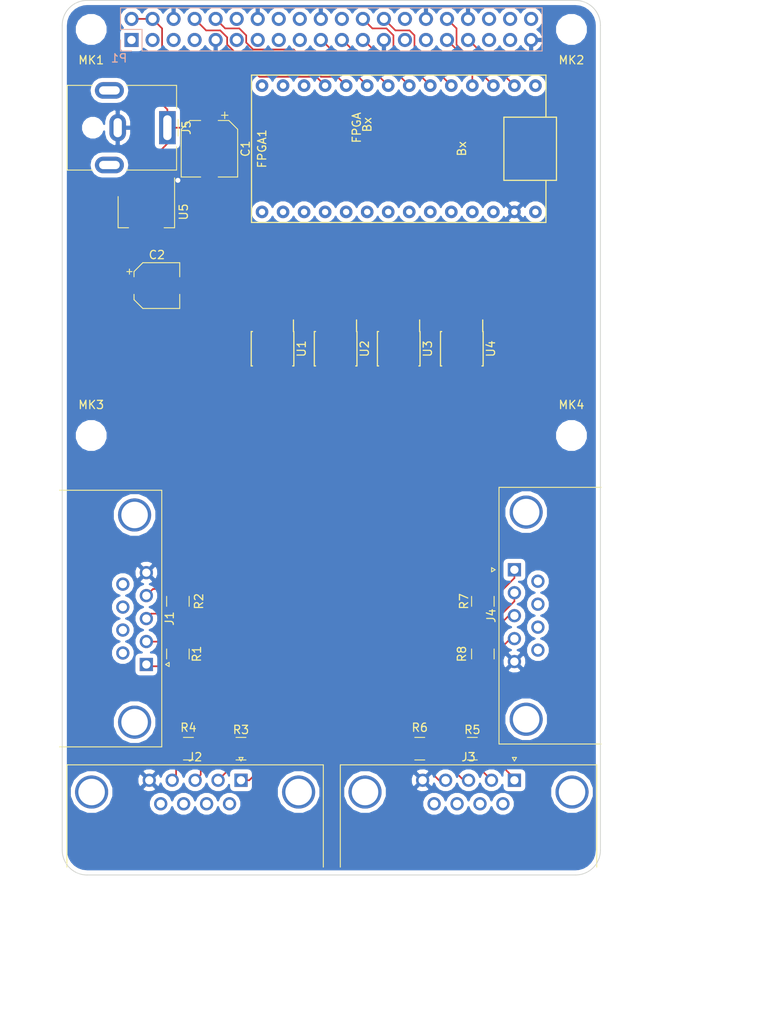
<source format=kicad_pcb>
(kicad_pcb (version 20171130) (host pcbnew 5.0.1)

  (general
    (thickness 1.6)
    (drawings 24)
    (tracks 97)
    (zones 0)
    (modules 26)
    (nets 83)
  )

  (page A3)
  (title_block
    (date "15 nov 2012")
  )

  (layers
    (0 F.Cu signal)
    (31 B.Cu signal)
    (32 B.Adhes user)
    (33 F.Adhes user)
    (34 B.Paste user)
    (35 F.Paste user)
    (36 B.SilkS user)
    (37 F.SilkS user)
    (38 B.Mask user)
    (39 F.Mask user)
    (40 Dwgs.User user)
    (41 Cmts.User user)
    (42 Eco1.User user)
    (43 Eco2.User user)
    (44 Edge.Cuts user)
  )

  (setup
    (last_trace_width 0.2)
    (trace_clearance 0.2)
    (zone_clearance 0.508)
    (zone_45_only no)
    (trace_min 0.1524)
    (segment_width 0.1)
    (edge_width 0.1)
    (via_size 0.9)
    (via_drill 0.6)
    (via_min_size 0.8)
    (via_min_drill 0.5)
    (uvia_size 0.5)
    (uvia_drill 0.1)
    (uvias_allowed no)
    (uvia_min_size 0.5)
    (uvia_min_drill 0.1)
    (pcb_text_width 0.3)
    (pcb_text_size 1 1)
    (mod_edge_width 0.15)
    (mod_text_size 1 1)
    (mod_text_width 0.15)
    (pad_size 2.5 2.5)
    (pad_drill 2.5)
    (pad_to_mask_clearance 0)
    (solder_mask_min_width 0.25)
    (aux_axis_origin 200 150)
    (grid_origin 200 150)
    (visible_elements 7FFFFFFF)
    (pcbplotparams
      (layerselection 0x00030_80000001)
      (usegerberextensions true)
      (usegerberattributes false)
      (usegerberadvancedattributes false)
      (creategerberjobfile false)
      (excludeedgelayer true)
      (linewidth 0.150000)
      (plotframeref false)
      (viasonmask false)
      (mode 1)
      (useauxorigin false)
      (hpglpennumber 1)
      (hpglpenspeed 20)
      (hpglpendiameter 15.000000)
      (psnegative false)
      (psa4output false)
      (plotreference true)
      (plotvalue true)
      (plotinvisibletext false)
      (padsonsilk false)
      (subtractmaskfromsilk false)
      (outputformat 1)
      (mirror false)
      (drillshape 1)
      (scaleselection 1)
      (outputdirectory ""))
  )

  (net 0 "")
  (net 1 +3V3)
  (net 2 +5V)
  (net 3 GND)
  (net 4 /ID_SD)
  (net 5 /ID_SC)
  (net 6 /GPIO5)
  (net 7 /GPIO6)
  (net 8 /GPIO26)
  (net 9 "/GPIO2(SDA1)")
  (net 10 "/GPIO3(SCL1)")
  (net 11 "/GPIO4(GCLK)")
  (net 12 "/GPIO14(TXD0)")
  (net 13 "/GPIO15(RXD0)")
  (net 14 "/GPIO17(GEN0)")
  (net 15 "/GPIO27(GEN2)")
  (net 16 "/GPIO22(GEN3)")
  (net 17 "/GPIO23(GEN4)")
  (net 18 "/GPIO24(GEN5)")
  (net 19 "/GPIO25(GEN6)")
  (net 20 "/GPIO18(GEN1)(PWM0)")
  (net 21 "/GPIO10(SPI0_MOSI)")
  (net 22 "/GPIO9(SPI0_MISO)")
  (net 23 "/GPIO11(SPI0_SCK)")
  (net 24 "/GPIO8(SPI0_CE_N)")
  (net 25 "/GPIO7(SPI1_CE_N)")
  (net 26 "/GPIO12(PWM0)")
  (net 27 "/GPIO13(PWM1)")
  (net 28 "/GPIO19(SPI1_MISO)")
  (net 29 /GPIO16)
  (net 30 "/GPIO20(SPI1_MOSI)")
  (net 31 "/GPIO21(SPI1_SCK)")
  (net 32 "Net-(FPGA1-Pad26)")
  (net 33 "Net-(FPGA1-Pad14)")
  (net 34 "Net-(FPGA1-Pad13)")
  (net 35 "Net-(FPGA1-Pad12)")
  (net 36 "Net-(FPGA1-Pad1)")
  (net 37 "Net-(J1-Pad1)")
  (net 38 "Net-(J1-Pad2)")
  (net 39 "Net-(J1-Pad3)")
  (net 40 "Net-(J1-Pad4)")
  (net 41 "Net-(J1-Pad6)")
  (net 42 "Net-(J1-Pad7)")
  (net 43 "Net-(J1-Pad8)")
  (net 44 "Net-(J1-Pad9)")
  (net 45 "Net-(J2-Pad9)")
  (net 46 "Net-(J2-Pad8)")
  (net 47 "Net-(J2-Pad7)")
  (net 48 "Net-(J2-Pad6)")
  (net 49 "Net-(J2-Pad4)")
  (net 50 "Net-(J2-Pad3)")
  (net 51 "Net-(J2-Pad2)")
  (net 52 "Net-(J2-Pad1)")
  (net 53 "Net-(J3-Pad1)")
  (net 54 "Net-(J3-Pad2)")
  (net 55 "Net-(J3-Pad3)")
  (net 56 "Net-(J3-Pad4)")
  (net 57 "Net-(J3-Pad6)")
  (net 58 "Net-(J3-Pad7)")
  (net 59 "Net-(J3-Pad8)")
  (net 60 "Net-(J3-Pad9)")
  (net 61 "Net-(J4-Pad9)")
  (net 62 "Net-(J4-Pad8)")
  (net 63 "Net-(J4-Pad7)")
  (net 64 "Net-(J4-Pad6)")
  (net 65 "Net-(J4-Pad4)")
  (net 66 "Net-(J4-Pad3)")
  (net 67 "Net-(J4-Pad2)")
  (net 68 "Net-(J4-Pad1)")
  (net 69 /TX_2)
  (net 70 /RX_2)
  (net 71 /RX_1)
  (net 72 /TX_1)
  (net 73 /RX_3)
  (net 74 /TX_3)
  (net 75 /TX_4)
  (net 76 /RX_4)
  (net 77 "Net-(J5-PadMP)")
  (net 78 "Net-(P1-Pad1)")
  (net 79 "Net-(P1-Pad17)")
  (net 80 "Net-(FPGA1-Pad23)")
  (net 81 "Net-(FPGA1-Pad24)")
  (net 82 "Net-(FPGA1-Pad25)")

  (net_class Default "This is the default net class."
    (clearance 0.2)
    (trace_width 0.2)
    (via_dia 0.9)
    (via_drill 0.6)
    (uvia_dia 0.5)
    (uvia_drill 0.1)
    (add_net +3V3)
    (add_net +5V)
    (add_net "/GPIO10(SPI0_MOSI)")
    (add_net "/GPIO11(SPI0_SCK)")
    (add_net "/GPIO12(PWM0)")
    (add_net "/GPIO13(PWM1)")
    (add_net "/GPIO14(TXD0)")
    (add_net "/GPIO15(RXD0)")
    (add_net /GPIO16)
    (add_net "/GPIO17(GEN0)")
    (add_net "/GPIO18(GEN1)(PWM0)")
    (add_net "/GPIO19(SPI1_MISO)")
    (add_net "/GPIO2(SDA1)")
    (add_net "/GPIO20(SPI1_MOSI)")
    (add_net "/GPIO21(SPI1_SCK)")
    (add_net "/GPIO22(GEN3)")
    (add_net "/GPIO23(GEN4)")
    (add_net "/GPIO24(GEN5)")
    (add_net "/GPIO25(GEN6)")
    (add_net /GPIO26)
    (add_net "/GPIO27(GEN2)")
    (add_net "/GPIO3(SCL1)")
    (add_net "/GPIO4(GCLK)")
    (add_net /GPIO5)
    (add_net /GPIO6)
    (add_net "/GPIO7(SPI1_CE_N)")
    (add_net "/GPIO8(SPI0_CE_N)")
    (add_net "/GPIO9(SPI0_MISO)")
    (add_net /ID_SC)
    (add_net /ID_SD)
    (add_net /RX_1)
    (add_net /RX_2)
    (add_net /RX_3)
    (add_net /RX_4)
    (add_net /TX_1)
    (add_net /TX_2)
    (add_net /TX_3)
    (add_net /TX_4)
    (add_net GND)
    (add_net "Net-(FPGA1-Pad1)")
    (add_net "Net-(FPGA1-Pad12)")
    (add_net "Net-(FPGA1-Pad13)")
    (add_net "Net-(FPGA1-Pad14)")
    (add_net "Net-(FPGA1-Pad23)")
    (add_net "Net-(FPGA1-Pad24)")
    (add_net "Net-(FPGA1-Pad25)")
    (add_net "Net-(FPGA1-Pad26)")
    (add_net "Net-(J1-Pad1)")
    (add_net "Net-(J1-Pad2)")
    (add_net "Net-(J1-Pad3)")
    (add_net "Net-(J1-Pad4)")
    (add_net "Net-(J1-Pad6)")
    (add_net "Net-(J1-Pad7)")
    (add_net "Net-(J1-Pad8)")
    (add_net "Net-(J1-Pad9)")
    (add_net "Net-(J2-Pad1)")
    (add_net "Net-(J2-Pad2)")
    (add_net "Net-(J2-Pad3)")
    (add_net "Net-(J2-Pad4)")
    (add_net "Net-(J2-Pad6)")
    (add_net "Net-(J2-Pad7)")
    (add_net "Net-(J2-Pad8)")
    (add_net "Net-(J2-Pad9)")
    (add_net "Net-(J3-Pad1)")
    (add_net "Net-(J3-Pad2)")
    (add_net "Net-(J3-Pad3)")
    (add_net "Net-(J3-Pad4)")
    (add_net "Net-(J3-Pad6)")
    (add_net "Net-(J3-Pad7)")
    (add_net "Net-(J3-Pad8)")
    (add_net "Net-(J3-Pad9)")
    (add_net "Net-(J4-Pad1)")
    (add_net "Net-(J4-Pad2)")
    (add_net "Net-(J4-Pad3)")
    (add_net "Net-(J4-Pad4)")
    (add_net "Net-(J4-Pad6)")
    (add_net "Net-(J4-Pad7)")
    (add_net "Net-(J4-Pad8)")
    (add_net "Net-(J4-Pad9)")
    (add_net "Net-(J5-PadMP)")
    (add_net "Net-(P1-Pad1)")
    (add_net "Net-(P1-Pad17)")
  )

  (net_class Power ""
    (clearance 0.2)
    (trace_width 0.5)
    (via_dia 1)
    (via_drill 0.7)
    (uvia_dia 0.5)
    (uvia_drill 0.1)
  )

  (module Connector_BarrelJack:BarrelJack_CUI_PJ-063AH_Horizontal (layer F.Cu) (tedit 5B0886BD) (tstamp 5C111617)
    (at 212.7 109.36 270)
    (descr "Barrel Jack, 2.0mm ID, 5.5mm OD, 24V, 8A, no switch, https://www.cui.com/product/resource/pj-063ah.pdf")
    (tags "barrel jack cui dc power")
    (path /5C2C5CAA)
    (fp_text reference J5 (at 0 -2.3 270) (layer F.SilkS)
      (effects (font (size 1 1) (thickness 0.15)))
    )
    (fp_text value Barrel_Jack_MountingPin (at 0 13 270) (layer F.Fab)
      (effects (font (size 1 1) (thickness 0.15)))
    )
    (fp_text user %R (at 0 5.5 270) (layer F.Fab)
      (effects (font (size 1 1) (thickness 0.15)))
    )
    (fp_line (start 6 -1.5) (end -6 -1.5) (layer F.CrtYd) (width 0.05))
    (fp_line (start 6 12.5) (end 6 -1.5) (layer F.CrtYd) (width 0.05))
    (fp_line (start -6 12.5) (end 6 12.5) (layer F.CrtYd) (width 0.05))
    (fp_line (start -6 -1.5) (end -6 12.5) (layer F.CrtYd) (width 0.05))
    (fp_line (start -1 -1.3) (end 1 -1.3) (layer F.SilkS) (width 0.12))
    (fp_line (start -5.11 12.11) (end -5.11 9.05) (layer F.SilkS) (width 0.12))
    (fp_line (start 5.11 12.11) (end -5.11 12.11) (layer F.SilkS) (width 0.12))
    (fp_line (start 5.11 9.05) (end 5.11 12.11) (layer F.SilkS) (width 0.12))
    (fp_line (start 5.11 -1.11) (end 5.11 4.95) (layer F.SilkS) (width 0.12))
    (fp_line (start 2.3 -1.11) (end 5.11 -1.11) (layer F.SilkS) (width 0.12))
    (fp_line (start -5.11 -1.11) (end -2.3 -1.11) (layer F.SilkS) (width 0.12))
    (fp_line (start -5.11 4.95) (end -5.11 -1.11) (layer F.SilkS) (width 0.12))
    (fp_line (start -5 12) (end -5 -1) (layer F.Fab) (width 0.1))
    (fp_line (start 5 12) (end -5 12) (layer F.Fab) (width 0.1))
    (fp_line (start 5 -1) (end 5 12) (layer F.Fab) (width 0.1))
    (fp_line (start 1 -1) (end 5 -1) (layer F.Fab) (width 0.1))
    (fp_line (start 0 0) (end 1 -1) (layer F.Fab) (width 0.1))
    (fp_line (start -1 -1) (end 0 0) (layer F.Fab) (width 0.1))
    (fp_line (start -5 -1) (end -1 -1) (layer F.Fab) (width 0.1))
    (pad "" np_thru_hole circle (at 0 9 270) (size 1.6 1.6) (drill 1.6) (layers *.Cu *.Mask))
    (pad MP thru_hole oval (at 4.5 7 270) (size 2 3.5) (drill oval 1 2.5) (layers *.Cu *.Mask)
      (net 77 "Net-(J5-PadMP)"))
    (pad MP thru_hole oval (at -4.5 7 270) (size 2 3.5) (drill oval 1 2.5) (layers *.Cu *.Mask)
      (net 77 "Net-(J5-PadMP)"))
    (pad 2 thru_hole oval (at 0 6 270) (size 3.3 2) (drill oval 2.3 1) (layers *.Cu *.Mask)
      (net 3 GND))
    (pad 1 thru_hole rect (at 0 0 270) (size 4 2) (drill oval 3 1) (layers *.Cu *.Mask)
      (net 2 +5V))
    (model ${KISYS3DMOD}/Connector_BarrelJack.3dshapes/BarrelJack_CUI_PJ-063AH_Horizontal.wrl
      (at (xyz 0 0 0))
      (scale (xyz 1 1 1))
      (rotate (xyz 0 0 0))
    )
  )

  (module TinyFPGA:TinyFPGA_BX (layer F.Cu) (tedit 5BFB40AB) (tstamp 5C0CC0A4)
    (at 239.37 111.9 270)
    (path /5C0CA2E0)
    (fp_text reference FPGA1 (at 0 15.24 270) (layer F.SilkS)
      (effects (font (size 1 1) (thickness 0.15)))
    )
    (fp_text value Bx (at -2.9 2.54 270) (layer F.SilkS)
      (effects (font (size 1 1) (thickness 0.15)))
    )
    (fp_line (start -3.81 -20.32) (end 3.81 -20.32) (layer F.SilkS) (width 0.15))
    (fp_line (start 3.81 -20.32) (end 3.81 -13.97) (layer F.SilkS) (width 0.15))
    (fp_line (start 3.81 -13.97) (end -3.81 -13.97) (layer F.SilkS) (width 0.15))
    (fp_line (start -3.81 -13.97) (end -3.81 -20.32) (layer F.SilkS) (width 0.15))
    (fp_text user Bx (at 0 -8.89 270) (layer F.SilkS)
      (effects (font (size 1 1) (thickness 0.15)))
    )
    (fp_text user FPGA (at -2.54 3.81 270) (layer F.SilkS)
      (effects (font (size 1 1) (thickness 0.15)))
    )
    (fp_line (start -8.89 -19.05) (end -3.81 -19.05) (layer F.SilkS) (width 0.15))
    (fp_line (start 3.81 -19.05) (end 8.89 -19.05) (layer F.SilkS) (width 0.15))
    (fp_line (start 8.89 -19.05) (end 8.89 16.51) (layer F.SilkS) (width 0.15))
    (fp_line (start 8.89 16.51) (end -8.89 16.51) (layer F.SilkS) (width 0.15))
    (fp_line (start -8.89 16.51) (end -8.89 -19.05) (layer F.SilkS) (width 0.15))
    (pad 1 thru_hole circle (at -7.62 -17.78 270) (size 1.524 1.524) (drill 0.762) (layers *.Cu *.Mask)
      (net 36 "Net-(FPGA1-Pad1)"))
    (pad 2 thru_hole circle (at -7.62 -15.24 270) (size 1.524 1.524) (drill 0.762) (layers *.Cu *.Mask)
      (net 27 "/GPIO13(PWM1)"))
    (pad 3 thru_hole circle (at -7.62 -12.7 270) (size 1.524 1.524) (drill 0.762) (layers *.Cu *.Mask)
      (net 26 "/GPIO12(PWM0)"))
    (pad 4 thru_hole circle (at -7.62 -10.16 270) (size 1.524 1.524) (drill 0.762) (layers *.Cu *.Mask)
      (net 7 /GPIO6))
    (pad 5 thru_hole circle (at -7.62 -7.62 270) (size 1.524 1.524) (drill 0.762) (layers *.Cu *.Mask)
      (net 25 "/GPIO7(SPI1_CE_N)"))
    (pad 6 thru_hole circle (at -7.62 -5.08 270) (size 1.524 1.524) (drill 0.762) (layers *.Cu *.Mask)
      (net 24 "/GPIO8(SPI0_CE_N)"))
    (pad 7 thru_hole circle (at -7.62 -2.54 270) (size 1.524 1.524) (drill 0.762) (layers *.Cu *.Mask)
      (net 23 "/GPIO11(SPI0_SCK)"))
    (pad 8 thru_hole circle (at -7.62 0 270) (size 1.524 1.524) (drill 0.762) (layers *.Cu *.Mask)
      (net 22 "/GPIO9(SPI0_MISO)"))
    (pad 9 thru_hole circle (at -7.62 2.54 270) (size 1.524 1.524) (drill 0.762) (layers *.Cu *.Mask)
      (net 21 "/GPIO10(SPI0_MOSI)"))
    (pad 10 thru_hole circle (at -7.62 5.08 270) (size 1.524 1.524) (drill 0.762) (layers *.Cu *.Mask)
      (net 13 "/GPIO15(RXD0)"))
    (pad 11 thru_hole circle (at -7.62 7.62 270) (size 1.524 1.524) (drill 0.762) (layers *.Cu *.Mask)
      (net 12 "/GPIO14(TXD0)"))
    (pad 12 thru_hole circle (at -7.62 10.16 270) (size 1.524 1.524) (drill 0.762) (layers *.Cu *.Mask)
      (net 35 "Net-(FPGA1-Pad12)"))
    (pad 13 thru_hole circle (at -7.62 12.7 270) (size 1.524 1.524) (drill 0.762) (layers *.Cu *.Mask)
      (net 34 "Net-(FPGA1-Pad13)"))
    (pad 14 thru_hole circle (at -7.62 15.24 270) (size 1.524 1.524) (drill 0.762) (layers *.Cu *.Mask)
      (net 33 "Net-(FPGA1-Pad14)"))
    (pad 15 thru_hole circle (at 7.62 15.24 270) (size 1.524 1.524) (drill 0.762) (layers *.Cu *.Mask)
      (net 72 /TX_1))
    (pad 16 thru_hole circle (at 7.62 12.7 270) (size 1.524 1.524) (drill 0.762) (layers *.Cu *.Mask)
      (net 71 /RX_1))
    (pad 17 thru_hole circle (at 7.62 10.16 270) (size 1.524 1.524) (drill 0.762) (layers *.Cu *.Mask)
      (net 69 /TX_2))
    (pad 18 thru_hole circle (at 7.62 7.62 270) (size 1.524 1.524) (drill 0.762) (layers *.Cu *.Mask)
      (net 70 /RX_2))
    (pad 19 thru_hole circle (at 7.62 5.08 270) (size 1.524 1.524) (drill 0.762) (layers *.Cu *.Mask)
      (net 74 /TX_3))
    (pad 20 thru_hole circle (at 7.62 2.54 270) (size 1.524 1.524) (drill 0.762) (layers *.Cu *.Mask)
      (net 73 /RX_3))
    (pad 21 thru_hole circle (at 7.62 0 270) (size 1.524 1.524) (drill 0.762) (layers *.Cu *.Mask)
      (net 75 /TX_4))
    (pad 22 thru_hole circle (at 7.62 -2.54 270) (size 1.524 1.524) (drill 0.762) (layers *.Cu *.Mask)
      (net 76 /RX_4))
    (pad 23 thru_hole circle (at 7.62 -5.08 270) (size 1.524 1.524) (drill 0.762) (layers *.Cu *.Mask)
      (net 80 "Net-(FPGA1-Pad23)"))
    (pad 24 thru_hole circle (at 7.62 -7.62 270) (size 1.524 1.524) (drill 0.762) (layers *.Cu *.Mask)
      (net 81 "Net-(FPGA1-Pad24)"))
    (pad 25 thru_hole circle (at 7.62 -10.16 270) (size 1.524 1.524) (drill 0.762) (layers *.Cu *.Mask)
      (net 82 "Net-(FPGA1-Pad25)"))
    (pad 26 thru_hole circle (at 7.62 -12.7 270) (size 1.524 1.524) (drill 0.762) (layers *.Cu *.Mask)
      (net 32 "Net-(FPGA1-Pad26)"))
    (pad 27 thru_hole circle (at 7.62 -15.24 270) (size 1.524 1.524) (drill 0.762) (layers *.Cu *.Mask)
      (net 3 GND))
    (pad 28 thru_hole circle (at 7.62 -17.78 270) (size 1.524 1.524) (drill 0.762) (layers *.Cu *.Mask)
      (net 2 +5V))
  )

  (module Capacitor_SMD:CP_Elec_5x5.4 (layer F.Cu) (tedit 5A841F9D) (tstamp 5C111667)
    (at 211.43 128.41)
    (descr "SMT capacitor, aluminium electrolytic, 5x5.4, Nichicon ")
    (tags "Capacitor Electrolytic")
    (path /5C2DA94F)
    (attr smd)
    (fp_text reference C2 (at 0 -3.7) (layer F.SilkS)
      (effects (font (size 1 1) (thickness 0.15)))
    )
    (fp_text value 100uf (at 0 3.7) (layer F.Fab)
      (effects (font (size 1 1) (thickness 0.15)))
    )
    (fp_text user %R (at 0 0) (layer F.Fab)
      (effects (font (size 1 1) (thickness 0.15)))
    )
    (fp_line (start -3.95 1.05) (end -2.9 1.05) (layer F.CrtYd) (width 0.05))
    (fp_line (start -3.95 -1.05) (end -3.95 1.05) (layer F.CrtYd) (width 0.05))
    (fp_line (start -2.9 -1.05) (end -3.95 -1.05) (layer F.CrtYd) (width 0.05))
    (fp_line (start -2.9 1.05) (end -2.9 1.75) (layer F.CrtYd) (width 0.05))
    (fp_line (start -2.9 -1.75) (end -2.9 -1.05) (layer F.CrtYd) (width 0.05))
    (fp_line (start -2.9 -1.75) (end -1.75 -2.9) (layer F.CrtYd) (width 0.05))
    (fp_line (start -2.9 1.75) (end -1.75 2.9) (layer F.CrtYd) (width 0.05))
    (fp_line (start -1.75 -2.9) (end 2.9 -2.9) (layer F.CrtYd) (width 0.05))
    (fp_line (start -1.75 2.9) (end 2.9 2.9) (layer F.CrtYd) (width 0.05))
    (fp_line (start 2.9 1.05) (end 2.9 2.9) (layer F.CrtYd) (width 0.05))
    (fp_line (start 3.95 1.05) (end 2.9 1.05) (layer F.CrtYd) (width 0.05))
    (fp_line (start 3.95 -1.05) (end 3.95 1.05) (layer F.CrtYd) (width 0.05))
    (fp_line (start 2.9 -1.05) (end 3.95 -1.05) (layer F.CrtYd) (width 0.05))
    (fp_line (start 2.9 -2.9) (end 2.9 -1.05) (layer F.CrtYd) (width 0.05))
    (fp_line (start -3.3125 -1.9975) (end -3.3125 -1.3725) (layer F.SilkS) (width 0.12))
    (fp_line (start -3.625 -1.685) (end -3 -1.685) (layer F.SilkS) (width 0.12))
    (fp_line (start -2.76 1.695563) (end -1.695563 2.76) (layer F.SilkS) (width 0.12))
    (fp_line (start -2.76 -1.695563) (end -1.695563 -2.76) (layer F.SilkS) (width 0.12))
    (fp_line (start -2.76 -1.695563) (end -2.76 -1.06) (layer F.SilkS) (width 0.12))
    (fp_line (start -2.76 1.695563) (end -2.76 1.06) (layer F.SilkS) (width 0.12))
    (fp_line (start -1.695563 2.76) (end 2.76 2.76) (layer F.SilkS) (width 0.12))
    (fp_line (start -1.695563 -2.76) (end 2.76 -2.76) (layer F.SilkS) (width 0.12))
    (fp_line (start 2.76 -2.76) (end 2.76 -1.06) (layer F.SilkS) (width 0.12))
    (fp_line (start 2.76 2.76) (end 2.76 1.06) (layer F.SilkS) (width 0.12))
    (fp_line (start -1.783956 -1.45) (end -1.783956 -0.95) (layer F.Fab) (width 0.1))
    (fp_line (start -2.033956 -1.2) (end -1.533956 -1.2) (layer F.Fab) (width 0.1))
    (fp_line (start -2.65 1.65) (end -1.65 2.65) (layer F.Fab) (width 0.1))
    (fp_line (start -2.65 -1.65) (end -1.65 -2.65) (layer F.Fab) (width 0.1))
    (fp_line (start -2.65 -1.65) (end -2.65 1.65) (layer F.Fab) (width 0.1))
    (fp_line (start -1.65 2.65) (end 2.65 2.65) (layer F.Fab) (width 0.1))
    (fp_line (start -1.65 -2.65) (end 2.65 -2.65) (layer F.Fab) (width 0.1))
    (fp_line (start 2.65 -2.65) (end 2.65 2.65) (layer F.Fab) (width 0.1))
    (fp_circle (center 0 0) (end 2.5 0) (layer F.Fab) (width 0.1))
    (pad 2 smd rect (at 2.2 0) (size 3 1.6) (layers F.Cu F.Paste F.Mask)
      (net 3 GND))
    (pad 1 smd rect (at -2.2 0) (size 3 1.6) (layers F.Cu F.Paste F.Mask)
      (net 1 +3V3))
    (model ${KISYS3DMOD}/Capacitor_SMD.3dshapes/CP_Elec_5x5.4.wrl
      (at (xyz 0 0 0))
      (scale (xyz 1 1 1))
      (rotate (xyz 0 0 0))
    )
  )

  (module Capacitor_SMD:CP_Elec_6.3x7.7 (layer F.Cu) (tedit 5A841F9D) (tstamp 5C11163F)
    (at 217.78 111.9 270)
    (descr "SMT capacitor, aluminium electrolytic, 6.3x7.7, Nichicon ")
    (tags "Capacitor Electrolytic")
    (path /5C2DA84D)
    (attr smd)
    (fp_text reference C1 (at 0 -4.35 270) (layer F.SilkS)
      (effects (font (size 1 1) (thickness 0.15)))
    )
    (fp_text value 330uf (at 0 4.35 270) (layer F.Fab)
      (effects (font (size 1 1) (thickness 0.15)))
    )
    (fp_text user %R (at 0 0 270) (layer F.Fab)
      (effects (font (size 1 1) (thickness 0.15)))
    )
    (fp_line (start -4.7 1.05) (end -3.55 1.05) (layer F.CrtYd) (width 0.05))
    (fp_line (start -4.7 -1.05) (end -4.7 1.05) (layer F.CrtYd) (width 0.05))
    (fp_line (start -3.55 -1.05) (end -4.7 -1.05) (layer F.CrtYd) (width 0.05))
    (fp_line (start -3.55 1.05) (end -3.55 2.4) (layer F.CrtYd) (width 0.05))
    (fp_line (start -3.55 -2.4) (end -3.55 -1.05) (layer F.CrtYd) (width 0.05))
    (fp_line (start -3.55 -2.4) (end -2.4 -3.55) (layer F.CrtYd) (width 0.05))
    (fp_line (start -3.55 2.4) (end -2.4 3.55) (layer F.CrtYd) (width 0.05))
    (fp_line (start -2.4 -3.55) (end 3.55 -3.55) (layer F.CrtYd) (width 0.05))
    (fp_line (start -2.4 3.55) (end 3.55 3.55) (layer F.CrtYd) (width 0.05))
    (fp_line (start 3.55 1.05) (end 3.55 3.55) (layer F.CrtYd) (width 0.05))
    (fp_line (start 4.7 1.05) (end 3.55 1.05) (layer F.CrtYd) (width 0.05))
    (fp_line (start 4.7 -1.05) (end 4.7 1.05) (layer F.CrtYd) (width 0.05))
    (fp_line (start 3.55 -1.05) (end 4.7 -1.05) (layer F.CrtYd) (width 0.05))
    (fp_line (start 3.55 -3.55) (end 3.55 -1.05) (layer F.CrtYd) (width 0.05))
    (fp_line (start -4.04375 -2.24125) (end -4.04375 -1.45375) (layer F.SilkS) (width 0.12))
    (fp_line (start -4.4375 -1.8475) (end -3.65 -1.8475) (layer F.SilkS) (width 0.12))
    (fp_line (start -3.41 2.345563) (end -2.345563 3.41) (layer F.SilkS) (width 0.12))
    (fp_line (start -3.41 -2.345563) (end -2.345563 -3.41) (layer F.SilkS) (width 0.12))
    (fp_line (start -3.41 -2.345563) (end -3.41 -1.06) (layer F.SilkS) (width 0.12))
    (fp_line (start -3.41 2.345563) (end -3.41 1.06) (layer F.SilkS) (width 0.12))
    (fp_line (start -2.345563 3.41) (end 3.41 3.41) (layer F.SilkS) (width 0.12))
    (fp_line (start -2.345563 -3.41) (end 3.41 -3.41) (layer F.SilkS) (width 0.12))
    (fp_line (start 3.41 -3.41) (end 3.41 -1.06) (layer F.SilkS) (width 0.12))
    (fp_line (start 3.41 3.41) (end 3.41 1.06) (layer F.SilkS) (width 0.12))
    (fp_line (start -2.389838 -1.645) (end -2.389838 -1.015) (layer F.Fab) (width 0.1))
    (fp_line (start -2.704838 -1.33) (end -2.074838 -1.33) (layer F.Fab) (width 0.1))
    (fp_line (start -3.3 2.3) (end -2.3 3.3) (layer F.Fab) (width 0.1))
    (fp_line (start -3.3 -2.3) (end -2.3 -3.3) (layer F.Fab) (width 0.1))
    (fp_line (start -3.3 -2.3) (end -3.3 2.3) (layer F.Fab) (width 0.1))
    (fp_line (start -2.3 3.3) (end 3.3 3.3) (layer F.Fab) (width 0.1))
    (fp_line (start -2.3 -3.3) (end 3.3 -3.3) (layer F.Fab) (width 0.1))
    (fp_line (start 3.3 -3.3) (end 3.3 3.3) (layer F.Fab) (width 0.1))
    (fp_circle (center 0 0) (end 3.15 0) (layer F.Fab) (width 0.1))
    (pad 2 smd rect (at 2.7 0 270) (size 3.5 1.6) (layers F.Cu F.Paste F.Mask)
      (net 3 GND))
    (pad 1 smd rect (at -2.7 0 270) (size 3.5 1.6) (layers F.Cu F.Paste F.Mask)
      (net 2 +5V))
    (model ${KISYS3DMOD}/Capacitor_SMD.3dshapes/CP_Elec_6.3x7.7.wrl
      (at (xyz 0 0 0))
      (scale (xyz 1 1 1))
      (rotate (xyz 0 0 0))
    )
  )

  (module Package_TO_SOT_SMD:SOT-223-3_TabPin2 (layer F.Cu) (tedit 5A02FF57) (tstamp 5C1112D0)
    (at 210.16 119.52 270)
    (descr "module CMS SOT223 4 pins")
    (tags "CMS SOT")
    (path /5C2C7053)
    (attr smd)
    (fp_text reference U5 (at 0 -4.5 270) (layer F.SilkS)
      (effects (font (size 1 1) (thickness 0.15)))
    )
    (fp_text value LD1117S33TR_SOT223 (at 0 4.5 270) (layer F.Fab)
      (effects (font (size 1 1) (thickness 0.15)))
    )
    (fp_line (start 1.85 -3.35) (end 1.85 3.35) (layer F.Fab) (width 0.1))
    (fp_line (start -1.85 3.35) (end 1.85 3.35) (layer F.Fab) (width 0.1))
    (fp_line (start -4.1 -3.41) (end 1.91 -3.41) (layer F.SilkS) (width 0.12))
    (fp_line (start -0.85 -3.35) (end 1.85 -3.35) (layer F.Fab) (width 0.1))
    (fp_line (start -1.85 3.41) (end 1.91 3.41) (layer F.SilkS) (width 0.12))
    (fp_line (start -1.85 -2.35) (end -1.85 3.35) (layer F.Fab) (width 0.1))
    (fp_line (start -1.85 -2.35) (end -0.85 -3.35) (layer F.Fab) (width 0.1))
    (fp_line (start -4.4 -3.6) (end -4.4 3.6) (layer F.CrtYd) (width 0.05))
    (fp_line (start -4.4 3.6) (end 4.4 3.6) (layer F.CrtYd) (width 0.05))
    (fp_line (start 4.4 3.6) (end 4.4 -3.6) (layer F.CrtYd) (width 0.05))
    (fp_line (start 4.4 -3.6) (end -4.4 -3.6) (layer F.CrtYd) (width 0.05))
    (fp_line (start 1.91 -3.41) (end 1.91 -2.15) (layer F.SilkS) (width 0.12))
    (fp_line (start 1.91 3.41) (end 1.91 2.15) (layer F.SilkS) (width 0.12))
    (fp_text user %R (at 0 0) (layer F.Fab)
      (effects (font (size 0.8 0.8) (thickness 0.12)))
    )
    (pad 1 smd rect (at -3.15 -2.3 270) (size 2 1.5) (layers F.Cu F.Paste F.Mask)
      (net 3 GND))
    (pad 3 smd rect (at -3.15 2.3 270) (size 2 1.5) (layers F.Cu F.Paste F.Mask)
      (net 2 +5V))
    (pad 2 smd rect (at -3.15 0 270) (size 2 1.5) (layers F.Cu F.Paste F.Mask)
      (net 1 +3V3))
    (pad 2 smd rect (at 3.15 0 270) (size 2 3.8) (layers F.Cu F.Paste F.Mask)
      (net 1 +3V3))
    (model ${KISYS3DMOD}/Package_TO_SOT_SMD.3dshapes/SOT-223.wrl
      (at (xyz 0 0 0))
      (scale (xyz 1 1 1))
      (rotate (xyz 0 0 0))
    )
  )

  (module Resistor_SMD:R_1210_3225Metric_Pad1.42x2.65mm_HandSolder (layer F.Cu) (tedit 5B301BBD) (tstamp 5C0D0EC4)
    (at 221.59 184.29)
    (descr "Resistor SMD 1210 (3225 Metric), square (rectangular) end terminal, IPC_7351 nominal with elongated pad for handsoldering. (Body size source: http://www.tortai-tech.com/upload/download/2011102023233369053.pdf), generated with kicad-footprint-generator")
    (tags "resistor handsolder")
    (path /5C11CAED)
    (attr smd)
    (fp_text reference R3 (at 0 -2.28) (layer F.SilkS)
      (effects (font (size 1 1) (thickness 0.15)))
    )
    (fp_text value 120 (at 0 2.28) (layer F.Fab)
      (effects (font (size 1 1) (thickness 0.15)))
    )
    (fp_text user %R (at 0 0) (layer F.Fab)
      (effects (font (size 0.8 0.8) (thickness 0.12)))
    )
    (fp_line (start 2.45 1.58) (end -2.45 1.58) (layer F.CrtYd) (width 0.05))
    (fp_line (start 2.45 -1.58) (end 2.45 1.58) (layer F.CrtYd) (width 0.05))
    (fp_line (start -2.45 -1.58) (end 2.45 -1.58) (layer F.CrtYd) (width 0.05))
    (fp_line (start -2.45 1.58) (end -2.45 -1.58) (layer F.CrtYd) (width 0.05))
    (fp_line (start -0.602064 1.36) (end 0.602064 1.36) (layer F.SilkS) (width 0.12))
    (fp_line (start -0.602064 -1.36) (end 0.602064 -1.36) (layer F.SilkS) (width 0.12))
    (fp_line (start 1.6 1.25) (end -1.6 1.25) (layer F.Fab) (width 0.1))
    (fp_line (start 1.6 -1.25) (end 1.6 1.25) (layer F.Fab) (width 0.1))
    (fp_line (start -1.6 -1.25) (end 1.6 -1.25) (layer F.Fab) (width 0.1))
    (fp_line (start -1.6 1.25) (end -1.6 -1.25) (layer F.Fab) (width 0.1))
    (pad 2 smd roundrect (at 1.4875 0) (size 1.425 2.65) (layers F.Cu F.Paste F.Mask) (roundrect_rratio 0.175439)
      (net 52 "Net-(J2-Pad1)"))
    (pad 1 smd roundrect (at -1.4875 0) (size 1.425 2.65) (layers F.Cu F.Paste F.Mask) (roundrect_rratio 0.175439)
      (net 51 "Net-(J2-Pad2)"))
    (model ${KISYS3DMOD}/Resistor_SMD.3dshapes/R_1210_3225Metric.wrl
      (at (xyz 0 0 0))
      (scale (xyz 1 1 1))
      (rotate (xyz 0 0 0))
    )
  )

  (module Resistor_SMD:R_1210_3225Metric_Pad1.42x2.65mm_HandSolder (layer F.Cu) (tedit 5B301BBD) (tstamp 5C0D0EB3)
    (at 213.97 166.51 90)
    (descr "Resistor SMD 1210 (3225 Metric), square (rectangular) end terminal, IPC_7351 nominal with elongated pad for handsoldering. (Body size source: http://www.tortai-tech.com/upload/download/2011102023233369053.pdf), generated with kicad-footprint-generator")
    (tags "resistor handsolder")
    (path /5C10CDC3)
    (attr smd)
    (fp_text reference R2 (at 0 2.54 90) (layer F.SilkS)
      (effects (font (size 1 1) (thickness 0.15)))
    )
    (fp_text value 120 (at 0 2.28 90) (layer F.Fab)
      (effects (font (size 1 1) (thickness 0.15)))
    )
    (fp_text user %R (at 0 0 90) (layer F.Fab)
      (effects (font (size 0.8 0.8) (thickness 0.12)))
    )
    (fp_line (start 2.45 1.58) (end -2.45 1.58) (layer F.CrtYd) (width 0.05))
    (fp_line (start 2.45 -1.58) (end 2.45 1.58) (layer F.CrtYd) (width 0.05))
    (fp_line (start -2.45 -1.58) (end 2.45 -1.58) (layer F.CrtYd) (width 0.05))
    (fp_line (start -2.45 1.58) (end -2.45 -1.58) (layer F.CrtYd) (width 0.05))
    (fp_line (start -0.602064 1.36) (end 0.602064 1.36) (layer F.SilkS) (width 0.12))
    (fp_line (start -0.602064 -1.36) (end 0.602064 -1.36) (layer F.SilkS) (width 0.12))
    (fp_line (start 1.6 1.25) (end -1.6 1.25) (layer F.Fab) (width 0.1))
    (fp_line (start 1.6 -1.25) (end 1.6 1.25) (layer F.Fab) (width 0.1))
    (fp_line (start -1.6 -1.25) (end 1.6 -1.25) (layer F.Fab) (width 0.1))
    (fp_line (start -1.6 1.25) (end -1.6 -1.25) (layer F.Fab) (width 0.1))
    (pad 2 smd roundrect (at 1.4875 0 90) (size 1.425 2.65) (layers F.Cu F.Paste F.Mask) (roundrect_rratio 0.175439)
      (net 40 "Net-(J1-Pad4)"))
    (pad 1 smd roundrect (at -1.4875 0 90) (size 1.425 2.65) (layers F.Cu F.Paste F.Mask) (roundrect_rratio 0.175439)
      (net 39 "Net-(J1-Pad3)"))
    (model ${KISYS3DMOD}/Resistor_SMD.3dshapes/R_1210_3225Metric.wrl
      (at (xyz 0 0 0))
      (scale (xyz 1 1 1))
      (rotate (xyz 0 0 0))
    )
  )

  (module Resistor_SMD:R_1210_3225Metric_Pad1.42x2.65mm_HandSolder (layer F.Cu) (tedit 5B301BBD) (tstamp 5C0D0EA2)
    (at 213.97 172.86 270)
    (descr "Resistor SMD 1210 (3225 Metric), square (rectangular) end terminal, IPC_7351 nominal with elongated pad for handsoldering. (Body size source: http://www.tortai-tech.com/upload/download/2011102023233369053.pdf), generated with kicad-footprint-generator")
    (tags "resistor handsolder")
    (path /5C10CCEF)
    (attr smd)
    (fp_text reference R1 (at 0 -2.28 270) (layer F.SilkS)
      (effects (font (size 1 1) (thickness 0.15)))
    )
    (fp_text value 120 (at 0 2.28 270) (layer F.Fab)
      (effects (font (size 1 1) (thickness 0.15)))
    )
    (fp_text user %R (at 0 0 270) (layer F.Fab)
      (effects (font (size 0.8 0.8) (thickness 0.12)))
    )
    (fp_line (start 2.45 1.58) (end -2.45 1.58) (layer F.CrtYd) (width 0.05))
    (fp_line (start 2.45 -1.58) (end 2.45 1.58) (layer F.CrtYd) (width 0.05))
    (fp_line (start -2.45 -1.58) (end 2.45 -1.58) (layer F.CrtYd) (width 0.05))
    (fp_line (start -2.45 1.58) (end -2.45 -1.58) (layer F.CrtYd) (width 0.05))
    (fp_line (start -0.602064 1.36) (end 0.602064 1.36) (layer F.SilkS) (width 0.12))
    (fp_line (start -0.602064 -1.36) (end 0.602064 -1.36) (layer F.SilkS) (width 0.12))
    (fp_line (start 1.6 1.25) (end -1.6 1.25) (layer F.Fab) (width 0.1))
    (fp_line (start 1.6 -1.25) (end 1.6 1.25) (layer F.Fab) (width 0.1))
    (fp_line (start -1.6 -1.25) (end 1.6 -1.25) (layer F.Fab) (width 0.1))
    (fp_line (start -1.6 1.25) (end -1.6 -1.25) (layer F.Fab) (width 0.1))
    (pad 2 smd roundrect (at 1.4875 0 270) (size 1.425 2.65) (layers F.Cu F.Paste F.Mask) (roundrect_rratio 0.175439)
      (net 37 "Net-(J1-Pad1)"))
    (pad 1 smd roundrect (at -1.4875 0 270) (size 1.425 2.65) (layers F.Cu F.Paste F.Mask) (roundrect_rratio 0.175439)
      (net 38 "Net-(J1-Pad2)"))
    (model ${KISYS3DMOD}/Resistor_SMD.3dshapes/R_1210_3225Metric.wrl
      (at (xyz 0 0 0))
      (scale (xyz 1 1 1))
      (rotate (xyz 0 0 0))
    )
  )

  (module Resistor_SMD:R_1210_3225Metric_Pad1.42x2.65mm_HandSolder (layer F.Cu) (tedit 5B301BBD) (tstamp 5C0D0E91)
    (at 215.24 184.29 180)
    (descr "Resistor SMD 1210 (3225 Metric), square (rectangular) end terminal, IPC_7351 nominal with elongated pad for handsoldering. (Body size source: http://www.tortai-tech.com/upload/download/2011102023233369053.pdf), generated with kicad-footprint-generator")
    (tags "resistor handsolder")
    (path /5C11CAF4)
    (attr smd)
    (fp_text reference R4 (at 0 2.54 180) (layer F.SilkS)
      (effects (font (size 1 1) (thickness 0.15)))
    )
    (fp_text value 120 (at 0 2.28 180) (layer F.Fab)
      (effects (font (size 1 1) (thickness 0.15)))
    )
    (fp_text user %R (at 0 0 180) (layer F.Fab)
      (effects (font (size 0.8 0.8) (thickness 0.12)))
    )
    (fp_line (start 2.45 1.58) (end -2.45 1.58) (layer F.CrtYd) (width 0.05))
    (fp_line (start 2.45 -1.58) (end 2.45 1.58) (layer F.CrtYd) (width 0.05))
    (fp_line (start -2.45 -1.58) (end 2.45 -1.58) (layer F.CrtYd) (width 0.05))
    (fp_line (start -2.45 1.58) (end -2.45 -1.58) (layer F.CrtYd) (width 0.05))
    (fp_line (start -0.602064 1.36) (end 0.602064 1.36) (layer F.SilkS) (width 0.12))
    (fp_line (start -0.602064 -1.36) (end 0.602064 -1.36) (layer F.SilkS) (width 0.12))
    (fp_line (start 1.6 1.25) (end -1.6 1.25) (layer F.Fab) (width 0.1))
    (fp_line (start 1.6 -1.25) (end 1.6 1.25) (layer F.Fab) (width 0.1))
    (fp_line (start -1.6 -1.25) (end 1.6 -1.25) (layer F.Fab) (width 0.1))
    (fp_line (start -1.6 1.25) (end -1.6 -1.25) (layer F.Fab) (width 0.1))
    (pad 2 smd roundrect (at 1.4875 0 180) (size 1.425 2.65) (layers F.Cu F.Paste F.Mask) (roundrect_rratio 0.175439)
      (net 49 "Net-(J2-Pad4)"))
    (pad 1 smd roundrect (at -1.4875 0 180) (size 1.425 2.65) (layers F.Cu F.Paste F.Mask) (roundrect_rratio 0.175439)
      (net 50 "Net-(J2-Pad3)"))
    (model ${KISYS3DMOD}/Resistor_SMD.3dshapes/R_1210_3225Metric.wrl
      (at (xyz 0 0 0))
      (scale (xyz 1 1 1))
      (rotate (xyz 0 0 0))
    )
  )

  (module Resistor_SMD:R_1210_3225Metric_Pad1.42x2.65mm_HandSolder (layer F.Cu) (tedit 5B301BBD) (tstamp 5C0D0E80)
    (at 249.53 184.29)
    (descr "Resistor SMD 1210 (3225 Metric), square (rectangular) end terminal, IPC_7351 nominal with elongated pad for handsoldering. (Body size source: http://www.tortai-tech.com/upload/download/2011102023233369053.pdf), generated with kicad-footprint-generator")
    (tags "resistor handsolder")
    (path /5C11FE8A)
    (attr smd)
    (fp_text reference R5 (at 0 -2.28) (layer F.SilkS)
      (effects (font (size 1 1) (thickness 0.15)))
    )
    (fp_text value 120 (at 0 2.28) (layer F.Fab)
      (effects (font (size 1 1) (thickness 0.15)))
    )
    (fp_text user %R (at 0 0) (layer F.Fab)
      (effects (font (size 0.8 0.8) (thickness 0.12)))
    )
    (fp_line (start 2.45 1.58) (end -2.45 1.58) (layer F.CrtYd) (width 0.05))
    (fp_line (start 2.45 -1.58) (end 2.45 1.58) (layer F.CrtYd) (width 0.05))
    (fp_line (start -2.45 -1.58) (end 2.45 -1.58) (layer F.CrtYd) (width 0.05))
    (fp_line (start -2.45 1.58) (end -2.45 -1.58) (layer F.CrtYd) (width 0.05))
    (fp_line (start -0.602064 1.36) (end 0.602064 1.36) (layer F.SilkS) (width 0.12))
    (fp_line (start -0.602064 -1.36) (end 0.602064 -1.36) (layer F.SilkS) (width 0.12))
    (fp_line (start 1.6 1.25) (end -1.6 1.25) (layer F.Fab) (width 0.1))
    (fp_line (start 1.6 -1.25) (end 1.6 1.25) (layer F.Fab) (width 0.1))
    (fp_line (start -1.6 -1.25) (end 1.6 -1.25) (layer F.Fab) (width 0.1))
    (fp_line (start -1.6 1.25) (end -1.6 -1.25) (layer F.Fab) (width 0.1))
    (pad 2 smd roundrect (at 1.4875 0) (size 1.425 2.65) (layers F.Cu F.Paste F.Mask) (roundrect_rratio 0.175439)
      (net 53 "Net-(J3-Pad1)"))
    (pad 1 smd roundrect (at -1.4875 0) (size 1.425 2.65) (layers F.Cu F.Paste F.Mask) (roundrect_rratio 0.175439)
      (net 54 "Net-(J3-Pad2)"))
    (model ${KISYS3DMOD}/Resistor_SMD.3dshapes/R_1210_3225Metric.wrl
      (at (xyz 0 0 0))
      (scale (xyz 1 1 1))
      (rotate (xyz 0 0 0))
    )
  )

  (module Resistor_SMD:R_1210_3225Metric_Pad1.42x2.65mm_HandSolder (layer F.Cu) (tedit 5B301BBD) (tstamp 5C0D0E6F)
    (at 243.18 184.29 180)
    (descr "Resistor SMD 1210 (3225 Metric), square (rectangular) end terminal, IPC_7351 nominal with elongated pad for handsoldering. (Body size source: http://www.tortai-tech.com/upload/download/2011102023233369053.pdf), generated with kicad-footprint-generator")
    (tags "resistor handsolder")
    (path /5C11FE91)
    (attr smd)
    (fp_text reference R6 (at 0 2.54 180) (layer F.SilkS)
      (effects (font (size 1 1) (thickness 0.15)))
    )
    (fp_text value 120 (at 0 2.28 180) (layer F.Fab)
      (effects (font (size 1 1) (thickness 0.15)))
    )
    (fp_text user %R (at 0 0 180) (layer F.Fab)
      (effects (font (size 0.8 0.8) (thickness 0.12)))
    )
    (fp_line (start 2.45 1.58) (end -2.45 1.58) (layer F.CrtYd) (width 0.05))
    (fp_line (start 2.45 -1.58) (end 2.45 1.58) (layer F.CrtYd) (width 0.05))
    (fp_line (start -2.45 -1.58) (end 2.45 -1.58) (layer F.CrtYd) (width 0.05))
    (fp_line (start -2.45 1.58) (end -2.45 -1.58) (layer F.CrtYd) (width 0.05))
    (fp_line (start -0.602064 1.36) (end 0.602064 1.36) (layer F.SilkS) (width 0.12))
    (fp_line (start -0.602064 -1.36) (end 0.602064 -1.36) (layer F.SilkS) (width 0.12))
    (fp_line (start 1.6 1.25) (end -1.6 1.25) (layer F.Fab) (width 0.1))
    (fp_line (start 1.6 -1.25) (end 1.6 1.25) (layer F.Fab) (width 0.1))
    (fp_line (start -1.6 -1.25) (end 1.6 -1.25) (layer F.Fab) (width 0.1))
    (fp_line (start -1.6 1.25) (end -1.6 -1.25) (layer F.Fab) (width 0.1))
    (pad 2 smd roundrect (at 1.4875 0 180) (size 1.425 2.65) (layers F.Cu F.Paste F.Mask) (roundrect_rratio 0.175439)
      (net 56 "Net-(J3-Pad4)"))
    (pad 1 smd roundrect (at -1.4875 0 180) (size 1.425 2.65) (layers F.Cu F.Paste F.Mask) (roundrect_rratio 0.175439)
      (net 55 "Net-(J3-Pad3)"))
    (model ${KISYS3DMOD}/Resistor_SMD.3dshapes/R_1210_3225Metric.wrl
      (at (xyz 0 0 0))
      (scale (xyz 1 1 1))
      (rotate (xyz 0 0 0))
    )
  )

  (module Resistor_SMD:R_1210_3225Metric_Pad1.42x2.65mm_HandSolder (layer F.Cu) (tedit 5B301BBD) (tstamp 5C0D0E5E)
    (at 250.8 166.51 90)
    (descr "Resistor SMD 1210 (3225 Metric), square (rectangular) end terminal, IPC_7351 nominal with elongated pad for handsoldering. (Body size source: http://www.tortai-tech.com/upload/download/2011102023233369053.pdf), generated with kicad-footprint-generator")
    (tags "resistor handsolder")
    (path /5C124B9C)
    (attr smd)
    (fp_text reference R7 (at 0 -2.28 90) (layer F.SilkS)
      (effects (font (size 1 1) (thickness 0.15)))
    )
    (fp_text value 120 (at 0 2.28 90) (layer F.Fab)
      (effects (font (size 1 1) (thickness 0.15)))
    )
    (fp_text user %R (at 0 0 90) (layer F.Fab)
      (effects (font (size 0.8 0.8) (thickness 0.12)))
    )
    (fp_line (start 2.45 1.58) (end -2.45 1.58) (layer F.CrtYd) (width 0.05))
    (fp_line (start 2.45 -1.58) (end 2.45 1.58) (layer F.CrtYd) (width 0.05))
    (fp_line (start -2.45 -1.58) (end 2.45 -1.58) (layer F.CrtYd) (width 0.05))
    (fp_line (start -2.45 1.58) (end -2.45 -1.58) (layer F.CrtYd) (width 0.05))
    (fp_line (start -0.602064 1.36) (end 0.602064 1.36) (layer F.SilkS) (width 0.12))
    (fp_line (start -0.602064 -1.36) (end 0.602064 -1.36) (layer F.SilkS) (width 0.12))
    (fp_line (start 1.6 1.25) (end -1.6 1.25) (layer F.Fab) (width 0.1))
    (fp_line (start 1.6 -1.25) (end 1.6 1.25) (layer F.Fab) (width 0.1))
    (fp_line (start -1.6 -1.25) (end 1.6 -1.25) (layer F.Fab) (width 0.1))
    (fp_line (start -1.6 1.25) (end -1.6 -1.25) (layer F.Fab) (width 0.1))
    (pad 2 smd roundrect (at 1.4875 0 90) (size 1.425 2.65) (layers F.Cu F.Paste F.Mask) (roundrect_rratio 0.175439)
      (net 68 "Net-(J4-Pad1)"))
    (pad 1 smd roundrect (at -1.4875 0 90) (size 1.425 2.65) (layers F.Cu F.Paste F.Mask) (roundrect_rratio 0.175439)
      (net 67 "Net-(J4-Pad2)"))
    (model ${KISYS3DMOD}/Resistor_SMD.3dshapes/R_1210_3225Metric.wrl
      (at (xyz 0 0 0))
      (scale (xyz 1 1 1))
      (rotate (xyz 0 0 0))
    )
  )

  (module Resistor_SMD:R_1210_3225Metric_Pad1.42x2.65mm_HandSolder (layer F.Cu) (tedit 5B301BBD) (tstamp 5C0D0E4D)
    (at 250.8 172.86 270)
    (descr "Resistor SMD 1210 (3225 Metric), square (rectangular) end terminal, IPC_7351 nominal with elongated pad for handsoldering. (Body size source: http://www.tortai-tech.com/upload/download/2011102023233369053.pdf), generated with kicad-footprint-generator")
    (tags "resistor handsolder")
    (path /5C124BA3)
    (attr smd)
    (fp_text reference R8 (at 0 2.54 90) (layer F.SilkS)
      (effects (font (size 1 1) (thickness 0.15)))
    )
    (fp_text value 120 (at 0 2.28 270) (layer F.Fab)
      (effects (font (size 1 1) (thickness 0.15)))
    )
    (fp_text user %R (at 0 0 270) (layer F.Fab)
      (effects (font (size 0.8 0.8) (thickness 0.12)))
    )
    (fp_line (start 2.45 1.58) (end -2.45 1.58) (layer F.CrtYd) (width 0.05))
    (fp_line (start 2.45 -1.58) (end 2.45 1.58) (layer F.CrtYd) (width 0.05))
    (fp_line (start -2.45 -1.58) (end 2.45 -1.58) (layer F.CrtYd) (width 0.05))
    (fp_line (start -2.45 1.58) (end -2.45 -1.58) (layer F.CrtYd) (width 0.05))
    (fp_line (start -0.602064 1.36) (end 0.602064 1.36) (layer F.SilkS) (width 0.12))
    (fp_line (start -0.602064 -1.36) (end 0.602064 -1.36) (layer F.SilkS) (width 0.12))
    (fp_line (start 1.6 1.25) (end -1.6 1.25) (layer F.Fab) (width 0.1))
    (fp_line (start 1.6 -1.25) (end 1.6 1.25) (layer F.Fab) (width 0.1))
    (fp_line (start -1.6 -1.25) (end 1.6 -1.25) (layer F.Fab) (width 0.1))
    (fp_line (start -1.6 1.25) (end -1.6 -1.25) (layer F.Fab) (width 0.1))
    (pad 2 smd roundrect (at 1.4875 0 270) (size 1.425 2.65) (layers F.Cu F.Paste F.Mask) (roundrect_rratio 0.175439)
      (net 65 "Net-(J4-Pad4)"))
    (pad 1 smd roundrect (at -1.4875 0 270) (size 1.425 2.65) (layers F.Cu F.Paste F.Mask) (roundrect_rratio 0.175439)
      (net 66 "Net-(J4-Pad3)"))
    (model ${KISYS3DMOD}/Resistor_SMD.3dshapes/R_1210_3225Metric.wrl
      (at (xyz 0 0 0))
      (scale (xyz 1 1 1))
      (rotate (xyz 0 0 0))
    )
  )

  (module Package_SO:SOIC-8_3.9x4.9mm_P1.27mm (layer F.Cu) (tedit 5A02F2D3) (tstamp 5C0CFDDB)
    (at 248.26 136.03 270)
    (descr "8-Lead Plastic Small Outline (SN) - Narrow, 3.90 mm Body [SOIC] (see Microchip Packaging Specification 00000049BS.pdf)")
    (tags "SOIC 1.27")
    (path /5C124B8D)
    (attr smd)
    (fp_text reference U4 (at 0 -3.5 270) (layer F.SilkS)
      (effects (font (size 1 1) (thickness 0.15)))
    )
    (fp_text value SN65HVD77D (at 0 3.5 270) (layer F.Fab)
      (effects (font (size 1 1) (thickness 0.15)))
    )
    (fp_line (start -2.075 -2.525) (end -3.475 -2.525) (layer F.SilkS) (width 0.15))
    (fp_line (start -2.075 2.575) (end 2.075 2.575) (layer F.SilkS) (width 0.15))
    (fp_line (start -2.075 -2.575) (end 2.075 -2.575) (layer F.SilkS) (width 0.15))
    (fp_line (start -2.075 2.575) (end -2.075 2.43) (layer F.SilkS) (width 0.15))
    (fp_line (start 2.075 2.575) (end 2.075 2.43) (layer F.SilkS) (width 0.15))
    (fp_line (start 2.075 -2.575) (end 2.075 -2.43) (layer F.SilkS) (width 0.15))
    (fp_line (start -2.075 -2.575) (end -2.075 -2.525) (layer F.SilkS) (width 0.15))
    (fp_line (start -3.73 2.7) (end 3.73 2.7) (layer F.CrtYd) (width 0.05))
    (fp_line (start -3.73 -2.7) (end 3.73 -2.7) (layer F.CrtYd) (width 0.05))
    (fp_line (start 3.73 -2.7) (end 3.73 2.7) (layer F.CrtYd) (width 0.05))
    (fp_line (start -3.73 -2.7) (end -3.73 2.7) (layer F.CrtYd) (width 0.05))
    (fp_line (start -1.95 -1.45) (end -0.95 -2.45) (layer F.Fab) (width 0.1))
    (fp_line (start -1.95 2.45) (end -1.95 -1.45) (layer F.Fab) (width 0.1))
    (fp_line (start 1.95 2.45) (end -1.95 2.45) (layer F.Fab) (width 0.1))
    (fp_line (start 1.95 -2.45) (end 1.95 2.45) (layer F.Fab) (width 0.1))
    (fp_line (start -0.95 -2.45) (end 1.95 -2.45) (layer F.Fab) (width 0.1))
    (fp_text user %R (at 0 0 270) (layer F.Fab)
      (effects (font (size 1 1) (thickness 0.15)))
    )
    (pad 8 smd rect (at 2.7 -1.905 270) (size 1.55 0.6) (layers F.Cu F.Paste F.Mask)
      (net 66 "Net-(J4-Pad3)"))
    (pad 7 smd rect (at 2.7 -0.635 270) (size 1.55 0.6) (layers F.Cu F.Paste F.Mask)
      (net 65 "Net-(J4-Pad4)"))
    (pad 6 smd rect (at 2.7 0.635 270) (size 1.55 0.6) (layers F.Cu F.Paste F.Mask)
      (net 67 "Net-(J4-Pad2)"))
    (pad 5 smd rect (at 2.7 1.905 270) (size 1.55 0.6) (layers F.Cu F.Paste F.Mask)
      (net 68 "Net-(J4-Pad1)"))
    (pad 4 smd rect (at -2.7 1.905 270) (size 1.55 0.6) (layers F.Cu F.Paste F.Mask)
      (net 3 GND))
    (pad 3 smd rect (at -2.7 0.635 270) (size 1.55 0.6) (layers F.Cu F.Paste F.Mask)
      (net 75 /TX_4))
    (pad 2 smd rect (at -2.7 -0.635 270) (size 1.55 0.6) (layers F.Cu F.Paste F.Mask)
      (net 76 /RX_4))
    (pad 1 smd rect (at -2.7 -1.905 270) (size 1.55 0.6) (layers F.Cu F.Paste F.Mask)
      (net 1 +3V3))
    (model ${KISYS3DMOD}/Package_SO.3dshapes/SOIC-8_3.9x4.9mm_P1.27mm.wrl
      (at (xyz 0 0 0))
      (scale (xyz 1 1 1))
      (rotate (xyz 0 0 0))
    )
  )

  (module Package_SO:SOIC-8_3.9x4.9mm_P1.27mm (layer F.Cu) (tedit 5A02F2D3) (tstamp 5C0CFDBE)
    (at 240.64 136.03 270)
    (descr "8-Lead Plastic Small Outline (SN) - Narrow, 3.90 mm Body [SOIC] (see Microchip Packaging Specification 00000049BS.pdf)")
    (tags "SOIC 1.27")
    (path /5C11FE7B)
    (attr smd)
    (fp_text reference U3 (at 0 -3.5 270) (layer F.SilkS)
      (effects (font (size 1 1) (thickness 0.15)))
    )
    (fp_text value SN65HVD77D (at 0 3.5 270) (layer F.Fab)
      (effects (font (size 1 1) (thickness 0.15)))
    )
    (fp_line (start -2.075 -2.525) (end -3.475 -2.525) (layer F.SilkS) (width 0.15))
    (fp_line (start -2.075 2.575) (end 2.075 2.575) (layer F.SilkS) (width 0.15))
    (fp_line (start -2.075 -2.575) (end 2.075 -2.575) (layer F.SilkS) (width 0.15))
    (fp_line (start -2.075 2.575) (end -2.075 2.43) (layer F.SilkS) (width 0.15))
    (fp_line (start 2.075 2.575) (end 2.075 2.43) (layer F.SilkS) (width 0.15))
    (fp_line (start 2.075 -2.575) (end 2.075 -2.43) (layer F.SilkS) (width 0.15))
    (fp_line (start -2.075 -2.575) (end -2.075 -2.525) (layer F.SilkS) (width 0.15))
    (fp_line (start -3.73 2.7) (end 3.73 2.7) (layer F.CrtYd) (width 0.05))
    (fp_line (start -3.73 -2.7) (end 3.73 -2.7) (layer F.CrtYd) (width 0.05))
    (fp_line (start 3.73 -2.7) (end 3.73 2.7) (layer F.CrtYd) (width 0.05))
    (fp_line (start -3.73 -2.7) (end -3.73 2.7) (layer F.CrtYd) (width 0.05))
    (fp_line (start -1.95 -1.45) (end -0.95 -2.45) (layer F.Fab) (width 0.1))
    (fp_line (start -1.95 2.45) (end -1.95 -1.45) (layer F.Fab) (width 0.1))
    (fp_line (start 1.95 2.45) (end -1.95 2.45) (layer F.Fab) (width 0.1))
    (fp_line (start 1.95 -2.45) (end 1.95 2.45) (layer F.Fab) (width 0.1))
    (fp_line (start -0.95 -2.45) (end 1.95 -2.45) (layer F.Fab) (width 0.1))
    (fp_text user %R (at 0 0 270) (layer F.Fab)
      (effects (font (size 1 1) (thickness 0.15)))
    )
    (pad 8 smd rect (at 2.7 -1.905 270) (size 1.55 0.6) (layers F.Cu F.Paste F.Mask)
      (net 55 "Net-(J3-Pad3)"))
    (pad 7 smd rect (at 2.7 -0.635 270) (size 1.55 0.6) (layers F.Cu F.Paste F.Mask)
      (net 56 "Net-(J3-Pad4)"))
    (pad 6 smd rect (at 2.7 0.635 270) (size 1.55 0.6) (layers F.Cu F.Paste F.Mask)
      (net 54 "Net-(J3-Pad2)"))
    (pad 5 smd rect (at 2.7 1.905 270) (size 1.55 0.6) (layers F.Cu F.Paste F.Mask)
      (net 53 "Net-(J3-Pad1)"))
    (pad 4 smd rect (at -2.7 1.905 270) (size 1.55 0.6) (layers F.Cu F.Paste F.Mask)
      (net 3 GND))
    (pad 3 smd rect (at -2.7 0.635 270) (size 1.55 0.6) (layers F.Cu F.Paste F.Mask)
      (net 74 /TX_3))
    (pad 2 smd rect (at -2.7 -0.635 270) (size 1.55 0.6) (layers F.Cu F.Paste F.Mask)
      (net 73 /RX_3))
    (pad 1 smd rect (at -2.7 -1.905 270) (size 1.55 0.6) (layers F.Cu F.Paste F.Mask)
      (net 1 +3V3))
    (model ${KISYS3DMOD}/Package_SO.3dshapes/SOIC-8_3.9x4.9mm_P1.27mm.wrl
      (at (xyz 0 0 0))
      (scale (xyz 1 1 1))
      (rotate (xyz 0 0 0))
    )
  )

  (module Package_SO:SOIC-8_3.9x4.9mm_P1.27mm (layer F.Cu) (tedit 5A02F2D3) (tstamp 5C0CFDA1)
    (at 233.02 136.03 270)
    (descr "8-Lead Plastic Small Outline (SN) - Narrow, 3.90 mm Body [SOIC] (see Microchip Packaging Specification 00000049BS.pdf)")
    (tags "SOIC 1.27")
    (path /5C11CADE)
    (attr smd)
    (fp_text reference U2 (at 0 -3.5 270) (layer F.SilkS)
      (effects (font (size 1 1) (thickness 0.15)))
    )
    (fp_text value SN65HVD77D (at 0 3.5 270) (layer F.Fab)
      (effects (font (size 1 1) (thickness 0.15)))
    )
    (fp_line (start -2.075 -2.525) (end -3.475 -2.525) (layer F.SilkS) (width 0.15))
    (fp_line (start -2.075 2.575) (end 2.075 2.575) (layer F.SilkS) (width 0.15))
    (fp_line (start -2.075 -2.575) (end 2.075 -2.575) (layer F.SilkS) (width 0.15))
    (fp_line (start -2.075 2.575) (end -2.075 2.43) (layer F.SilkS) (width 0.15))
    (fp_line (start 2.075 2.575) (end 2.075 2.43) (layer F.SilkS) (width 0.15))
    (fp_line (start 2.075 -2.575) (end 2.075 -2.43) (layer F.SilkS) (width 0.15))
    (fp_line (start -2.075 -2.575) (end -2.075 -2.525) (layer F.SilkS) (width 0.15))
    (fp_line (start -3.73 2.7) (end 3.73 2.7) (layer F.CrtYd) (width 0.05))
    (fp_line (start -3.73 -2.7) (end 3.73 -2.7) (layer F.CrtYd) (width 0.05))
    (fp_line (start 3.73 -2.7) (end 3.73 2.7) (layer F.CrtYd) (width 0.05))
    (fp_line (start -3.73 -2.7) (end -3.73 2.7) (layer F.CrtYd) (width 0.05))
    (fp_line (start -1.95 -1.45) (end -0.95 -2.45) (layer F.Fab) (width 0.1))
    (fp_line (start -1.95 2.45) (end -1.95 -1.45) (layer F.Fab) (width 0.1))
    (fp_line (start 1.95 2.45) (end -1.95 2.45) (layer F.Fab) (width 0.1))
    (fp_line (start 1.95 -2.45) (end 1.95 2.45) (layer F.Fab) (width 0.1))
    (fp_line (start -0.95 -2.45) (end 1.95 -2.45) (layer F.Fab) (width 0.1))
    (fp_text user %R (at 0 0 270) (layer F.Fab)
      (effects (font (size 1 1) (thickness 0.15)))
    )
    (pad 8 smd rect (at 2.7 -1.905 270) (size 1.55 0.6) (layers F.Cu F.Paste F.Mask)
      (net 50 "Net-(J2-Pad3)"))
    (pad 7 smd rect (at 2.7 -0.635 270) (size 1.55 0.6) (layers F.Cu F.Paste F.Mask)
      (net 49 "Net-(J2-Pad4)"))
    (pad 6 smd rect (at 2.7 0.635 270) (size 1.55 0.6) (layers F.Cu F.Paste F.Mask)
      (net 51 "Net-(J2-Pad2)"))
    (pad 5 smd rect (at 2.7 1.905 270) (size 1.55 0.6) (layers F.Cu F.Paste F.Mask)
      (net 52 "Net-(J2-Pad1)"))
    (pad 4 smd rect (at -2.7 1.905 270) (size 1.55 0.6) (layers F.Cu F.Paste F.Mask)
      (net 3 GND))
    (pad 3 smd rect (at -2.7 0.635 270) (size 1.55 0.6) (layers F.Cu F.Paste F.Mask)
      (net 69 /TX_2))
    (pad 2 smd rect (at -2.7 -0.635 270) (size 1.55 0.6) (layers F.Cu F.Paste F.Mask)
      (net 70 /RX_2))
    (pad 1 smd rect (at -2.7 -1.905 270) (size 1.55 0.6) (layers F.Cu F.Paste F.Mask)
      (net 1 +3V3))
    (model ${KISYS3DMOD}/Package_SO.3dshapes/SOIC-8_3.9x4.9mm_P1.27mm.wrl
      (at (xyz 0 0 0))
      (scale (xyz 1 1 1))
      (rotate (xyz 0 0 0))
    )
  )

  (module Package_SO:SOIC-8_3.9x4.9mm_P1.27mm (layer F.Cu) (tedit 5A02F2D3) (tstamp 5C0CFD84)
    (at 225.4 136.03 270)
    (descr "8-Lead Plastic Small Outline (SN) - Narrow, 3.90 mm Body [SOIC] (see Microchip Packaging Specification 00000049BS.pdf)")
    (tags "SOIC 1.27")
    (path /5C0D2DE5)
    (attr smd)
    (fp_text reference U1 (at 0 -3.5 270) (layer F.SilkS)
      (effects (font (size 1 1) (thickness 0.15)))
    )
    (fp_text value SN65HVD77D (at 0 3.5 270) (layer F.Fab)
      (effects (font (size 1 1) (thickness 0.15)))
    )
    (fp_line (start -2.075 -2.525) (end -3.475 -2.525) (layer F.SilkS) (width 0.15))
    (fp_line (start -2.075 2.575) (end 2.075 2.575) (layer F.SilkS) (width 0.15))
    (fp_line (start -2.075 -2.575) (end 2.075 -2.575) (layer F.SilkS) (width 0.15))
    (fp_line (start -2.075 2.575) (end -2.075 2.43) (layer F.SilkS) (width 0.15))
    (fp_line (start 2.075 2.575) (end 2.075 2.43) (layer F.SilkS) (width 0.15))
    (fp_line (start 2.075 -2.575) (end 2.075 -2.43) (layer F.SilkS) (width 0.15))
    (fp_line (start -2.075 -2.575) (end -2.075 -2.525) (layer F.SilkS) (width 0.15))
    (fp_line (start -3.73 2.7) (end 3.73 2.7) (layer F.CrtYd) (width 0.05))
    (fp_line (start -3.73 -2.7) (end 3.73 -2.7) (layer F.CrtYd) (width 0.05))
    (fp_line (start 3.73 -2.7) (end 3.73 2.7) (layer F.CrtYd) (width 0.05))
    (fp_line (start -3.73 -2.7) (end -3.73 2.7) (layer F.CrtYd) (width 0.05))
    (fp_line (start -1.95 -1.45) (end -0.95 -2.45) (layer F.Fab) (width 0.1))
    (fp_line (start -1.95 2.45) (end -1.95 -1.45) (layer F.Fab) (width 0.1))
    (fp_line (start 1.95 2.45) (end -1.95 2.45) (layer F.Fab) (width 0.1))
    (fp_line (start 1.95 -2.45) (end 1.95 2.45) (layer F.Fab) (width 0.1))
    (fp_line (start -0.95 -2.45) (end 1.95 -2.45) (layer F.Fab) (width 0.1))
    (fp_text user %R (at 0 0 270) (layer F.Fab)
      (effects (font (size 1 1) (thickness 0.15)))
    )
    (pad 8 smd rect (at 2.7 -1.905 270) (size 1.55 0.6) (layers F.Cu F.Paste F.Mask)
      (net 39 "Net-(J1-Pad3)"))
    (pad 7 smd rect (at 2.7 -0.635 270) (size 1.55 0.6) (layers F.Cu F.Paste F.Mask)
      (net 40 "Net-(J1-Pad4)"))
    (pad 6 smd rect (at 2.7 0.635 270) (size 1.55 0.6) (layers F.Cu F.Paste F.Mask)
      (net 38 "Net-(J1-Pad2)"))
    (pad 5 smd rect (at 2.7 1.905 270) (size 1.55 0.6) (layers F.Cu F.Paste F.Mask)
      (net 37 "Net-(J1-Pad1)"))
    (pad 4 smd rect (at -2.7 1.905 270) (size 1.55 0.6) (layers F.Cu F.Paste F.Mask)
      (net 3 GND))
    (pad 3 smd rect (at -2.7 0.635 270) (size 1.55 0.6) (layers F.Cu F.Paste F.Mask)
      (net 72 /TX_1))
    (pad 2 smd rect (at -2.7 -0.635 270) (size 1.55 0.6) (layers F.Cu F.Paste F.Mask)
      (net 71 /RX_1))
    (pad 1 smd rect (at -2.7 -1.905 270) (size 1.55 0.6) (layers F.Cu F.Paste F.Mask)
      (net 1 +3V3))
    (model ${KISYS3DMOD}/Package_SO.3dshapes/SOIC-8_3.9x4.9mm_P1.27mm.wrl
      (at (xyz 0 0 0))
      (scale (xyz 1 1 1))
      (rotate (xyz 0 0 0))
    )
  )

  (module Connector_Dsub:DSUB-9_Female_Horizontal_P2.77x2.84mm_EdgePinOffset7.70mm_Housed_MountingHolesOffset9.12mm (layer F.Cu) (tedit 59FEDEE2) (tstamp 5C0CC226)
    (at 254.61 162.7 90)
    (descr "9-pin D-Sub connector, horizontal/angled (90 deg), THT-mount, female, pitch 2.77x2.84mm, pin-PCB-offset 7.699999999999999mm, distance of mounting holes 25mm, distance of mounting holes to PCB edge 9.12mm, see https://disti-assets.s3.amazonaws.com/tonar/files/datasheets/16730.pdf")
    (tags "9-pin D-Sub connector horizontal angled 90deg THT female pitch 2.77x2.84mm pin-PCB-offset 7.699999999999999mm mounting-holes-distance 25mm mounting-hole-offset 25mm")
    (path /5C0CBBE2)
    (fp_text reference J4 (at -5.54 -2.8 90) (layer F.SilkS)
      (effects (font (size 1 1) (thickness 0.15)))
    )
    (fp_text value DB9_Female (at -5.54 18.61 90) (layer F.Fab)
      (effects (font (size 1 1) (thickness 0.15)))
    )
    (fp_text user %R (at -5.54 14.025 90) (layer F.Fab)
      (effects (font (size 1 1) (thickness 0.15)))
    )
    (fp_line (start 10.4 -2.35) (end -21.5 -2.35) (layer F.CrtYd) (width 0.05))
    (fp_line (start 10.4 17.65) (end 10.4 -2.35) (layer F.CrtYd) (width 0.05))
    (fp_line (start -21.5 17.65) (end 10.4 17.65) (layer F.CrtYd) (width 0.05))
    (fp_line (start -21.5 -2.35) (end -21.5 17.65) (layer F.CrtYd) (width 0.05))
    (fp_line (start 0 -2.321325) (end -0.25 -2.754338) (layer F.SilkS) (width 0.12))
    (fp_line (start 0.25 -2.754338) (end 0 -2.321325) (layer F.SilkS) (width 0.12))
    (fp_line (start -0.25 -2.754338) (end 0.25 -2.754338) (layer F.SilkS) (width 0.12))
    (fp_line (start 9.945 -1.86) (end 9.945 10.48) (layer F.SilkS) (width 0.12))
    (fp_line (start -21.025 -1.86) (end 9.945 -1.86) (layer F.SilkS) (width 0.12))
    (fp_line (start -21.025 10.48) (end -21.025 -1.86) (layer F.SilkS) (width 0.12))
    (fp_line (start 8.56 10.54) (end 8.56 1.42) (layer F.Fab) (width 0.1))
    (fp_line (start 5.36 10.54) (end 5.36 1.42) (layer F.Fab) (width 0.1))
    (fp_line (start -16.44 10.54) (end -16.44 1.42) (layer F.Fab) (width 0.1))
    (fp_line (start -19.64 10.54) (end -19.64 1.42) (layer F.Fab) (width 0.1))
    (fp_line (start 9.46 10.94) (end 4.46 10.94) (layer F.Fab) (width 0.1))
    (fp_line (start 9.46 15.94) (end 9.46 10.94) (layer F.Fab) (width 0.1))
    (fp_line (start 4.46 15.94) (end 9.46 15.94) (layer F.Fab) (width 0.1))
    (fp_line (start 4.46 10.94) (end 4.46 15.94) (layer F.Fab) (width 0.1))
    (fp_line (start -15.54 10.94) (end -20.54 10.94) (layer F.Fab) (width 0.1))
    (fp_line (start -15.54 15.94) (end -15.54 10.94) (layer F.Fab) (width 0.1))
    (fp_line (start -20.54 15.94) (end -15.54 15.94) (layer F.Fab) (width 0.1))
    (fp_line (start -20.54 10.94) (end -20.54 15.94) (layer F.Fab) (width 0.1))
    (fp_line (start 2.61 10.94) (end -13.69 10.94) (layer F.Fab) (width 0.1))
    (fp_line (start 2.61 17.11) (end 2.61 10.94) (layer F.Fab) (width 0.1))
    (fp_line (start -13.69 17.11) (end 2.61 17.11) (layer F.Fab) (width 0.1))
    (fp_line (start -13.69 10.94) (end -13.69 17.11) (layer F.Fab) (width 0.1))
    (fp_line (start 9.885 10.54) (end -20.965 10.54) (layer F.Fab) (width 0.1))
    (fp_line (start 9.885 10.94) (end 9.885 10.54) (layer F.Fab) (width 0.1))
    (fp_line (start -20.965 10.94) (end 9.885 10.94) (layer F.Fab) (width 0.1))
    (fp_line (start -20.965 10.54) (end -20.965 10.94) (layer F.Fab) (width 0.1))
    (fp_line (start 9.885 -1.8) (end -20.965 -1.8) (layer F.Fab) (width 0.1))
    (fp_line (start 9.885 10.54) (end 9.885 -1.8) (layer F.Fab) (width 0.1))
    (fp_line (start -20.965 10.54) (end 9.885 10.54) (layer F.Fab) (width 0.1))
    (fp_line (start -20.965 -1.8) (end -20.965 10.54) (layer F.Fab) (width 0.1))
    (fp_arc (start 6.96 1.42) (end 5.36 1.42) (angle 180) (layer F.Fab) (width 0.1))
    (fp_arc (start -18.04 1.42) (end -19.64 1.42) (angle 180) (layer F.Fab) (width 0.1))
    (pad 0 thru_hole circle (at 6.96 1.42 90) (size 4 4) (drill 3.2) (layers *.Cu *.Mask))
    (pad 0 thru_hole circle (at -18.04 1.42 90) (size 4 4) (drill 3.2) (layers *.Cu *.Mask))
    (pad 9 thru_hole circle (at -9.695 2.84 90) (size 1.6 1.6) (drill 1) (layers *.Cu *.Mask)
      (net 61 "Net-(J4-Pad9)"))
    (pad 8 thru_hole circle (at -6.925 2.84 90) (size 1.6 1.6) (drill 1) (layers *.Cu *.Mask)
      (net 62 "Net-(J4-Pad8)"))
    (pad 7 thru_hole circle (at -4.155 2.84 90) (size 1.6 1.6) (drill 1) (layers *.Cu *.Mask)
      (net 63 "Net-(J4-Pad7)"))
    (pad 6 thru_hole circle (at -1.385 2.84 90) (size 1.6 1.6) (drill 1) (layers *.Cu *.Mask)
      (net 64 "Net-(J4-Pad6)"))
    (pad 5 thru_hole circle (at -11.08 0 90) (size 1.6 1.6) (drill 1) (layers *.Cu *.Mask)
      (net 3 GND))
    (pad 4 thru_hole circle (at -8.31 0 90) (size 1.6 1.6) (drill 1) (layers *.Cu *.Mask)
      (net 65 "Net-(J4-Pad4)"))
    (pad 3 thru_hole circle (at -5.54 0 90) (size 1.6 1.6) (drill 1) (layers *.Cu *.Mask)
      (net 66 "Net-(J4-Pad3)"))
    (pad 2 thru_hole circle (at -2.77 0 90) (size 1.6 1.6) (drill 1) (layers *.Cu *.Mask)
      (net 67 "Net-(J4-Pad2)"))
    (pad 1 thru_hole rect (at 0 0 90) (size 1.6 1.6) (drill 1) (layers *.Cu *.Mask)
      (net 68 "Net-(J4-Pad1)"))
    (model ${KISYS3DMOD}/Connector_Dsub.3dshapes/DSUB-9_Female_Horizontal_P2.77x2.84mm_EdgePinOffset7.70mm_Housed_MountingHolesOffset9.12mm.wrl
      (at (xyz 0 0 0))
      (scale (xyz 1 1 1))
      (rotate (xyz 0 0 0))
    )
  )

  (module Connector_Dsub:DSUB-9_Female_Horizontal_P2.77x2.84mm_EdgePinOffset7.70mm_Housed_MountingHolesOffset9.12mm (layer F.Cu) (tedit 59FEDEE2) (tstamp 5C0CC1F2)
    (at 254.61 188.1)
    (descr "9-pin D-Sub connector, horizontal/angled (90 deg), THT-mount, female, pitch 2.77x2.84mm, pin-PCB-offset 7.699999999999999mm, distance of mounting holes 25mm, distance of mounting holes to PCB edge 9.12mm, see https://disti-assets.s3.amazonaws.com/tonar/files/datasheets/16730.pdf")
    (tags "9-pin D-Sub connector horizontal angled 90deg THT female pitch 2.77x2.84mm pin-PCB-offset 7.699999999999999mm mounting-holes-distance 25mm mounting-hole-offset 25mm")
    (path /5C0CBB29)
    (fp_text reference J3 (at -5.54 -2.8) (layer F.SilkS)
      (effects (font (size 1 1) (thickness 0.15)))
    )
    (fp_text value DB9_Female (at -5.54 18.61) (layer F.Fab)
      (effects (font (size 1 1) (thickness 0.15)))
    )
    (fp_text user %R (at -5.54 14.025) (layer F.Fab)
      (effects (font (size 1 1) (thickness 0.15)))
    )
    (fp_line (start 10.4 -2.35) (end -21.5 -2.35) (layer F.CrtYd) (width 0.05))
    (fp_line (start 10.4 17.65) (end 10.4 -2.35) (layer F.CrtYd) (width 0.05))
    (fp_line (start -21.5 17.65) (end 10.4 17.65) (layer F.CrtYd) (width 0.05))
    (fp_line (start -21.5 -2.35) (end -21.5 17.65) (layer F.CrtYd) (width 0.05))
    (fp_line (start 0 -2.321325) (end -0.25 -2.754338) (layer F.SilkS) (width 0.12))
    (fp_line (start 0.25 -2.754338) (end 0 -2.321325) (layer F.SilkS) (width 0.12))
    (fp_line (start -0.25 -2.754338) (end 0.25 -2.754338) (layer F.SilkS) (width 0.12))
    (fp_line (start 9.945 -1.86) (end 9.945 10.48) (layer F.SilkS) (width 0.12))
    (fp_line (start -21.025 -1.86) (end 9.945 -1.86) (layer F.SilkS) (width 0.12))
    (fp_line (start -21.025 10.48) (end -21.025 -1.86) (layer F.SilkS) (width 0.12))
    (fp_line (start 8.56 10.54) (end 8.56 1.42) (layer F.Fab) (width 0.1))
    (fp_line (start 5.36 10.54) (end 5.36 1.42) (layer F.Fab) (width 0.1))
    (fp_line (start -16.44 10.54) (end -16.44 1.42) (layer F.Fab) (width 0.1))
    (fp_line (start -19.64 10.54) (end -19.64 1.42) (layer F.Fab) (width 0.1))
    (fp_line (start 9.46 10.94) (end 4.46 10.94) (layer F.Fab) (width 0.1))
    (fp_line (start 9.46 15.94) (end 9.46 10.94) (layer F.Fab) (width 0.1))
    (fp_line (start 4.46 15.94) (end 9.46 15.94) (layer F.Fab) (width 0.1))
    (fp_line (start 4.46 10.94) (end 4.46 15.94) (layer F.Fab) (width 0.1))
    (fp_line (start -15.54 10.94) (end -20.54 10.94) (layer F.Fab) (width 0.1))
    (fp_line (start -15.54 15.94) (end -15.54 10.94) (layer F.Fab) (width 0.1))
    (fp_line (start -20.54 15.94) (end -15.54 15.94) (layer F.Fab) (width 0.1))
    (fp_line (start -20.54 10.94) (end -20.54 15.94) (layer F.Fab) (width 0.1))
    (fp_line (start 2.61 10.94) (end -13.69 10.94) (layer F.Fab) (width 0.1))
    (fp_line (start 2.61 17.11) (end 2.61 10.94) (layer F.Fab) (width 0.1))
    (fp_line (start -13.69 17.11) (end 2.61 17.11) (layer F.Fab) (width 0.1))
    (fp_line (start -13.69 10.94) (end -13.69 17.11) (layer F.Fab) (width 0.1))
    (fp_line (start 9.885 10.54) (end -20.965 10.54) (layer F.Fab) (width 0.1))
    (fp_line (start 9.885 10.94) (end 9.885 10.54) (layer F.Fab) (width 0.1))
    (fp_line (start -20.965 10.94) (end 9.885 10.94) (layer F.Fab) (width 0.1))
    (fp_line (start -20.965 10.54) (end -20.965 10.94) (layer F.Fab) (width 0.1))
    (fp_line (start 9.885 -1.8) (end -20.965 -1.8) (layer F.Fab) (width 0.1))
    (fp_line (start 9.885 10.54) (end 9.885 -1.8) (layer F.Fab) (width 0.1))
    (fp_line (start -20.965 10.54) (end 9.885 10.54) (layer F.Fab) (width 0.1))
    (fp_line (start -20.965 -1.8) (end -20.965 10.54) (layer F.Fab) (width 0.1))
    (fp_arc (start 6.96 1.42) (end 5.36 1.42) (angle 180) (layer F.Fab) (width 0.1))
    (fp_arc (start -18.04 1.42) (end -19.64 1.42) (angle 180) (layer F.Fab) (width 0.1))
    (pad 0 thru_hole circle (at 6.96 1.42) (size 4 4) (drill 3.2) (layers *.Cu *.Mask))
    (pad 0 thru_hole circle (at -18.04 1.42) (size 4 4) (drill 3.2) (layers *.Cu *.Mask))
    (pad 9 thru_hole circle (at -9.695 2.84) (size 1.6 1.6) (drill 1) (layers *.Cu *.Mask)
      (net 60 "Net-(J3-Pad9)"))
    (pad 8 thru_hole circle (at -6.925 2.84) (size 1.6 1.6) (drill 1) (layers *.Cu *.Mask)
      (net 59 "Net-(J3-Pad8)"))
    (pad 7 thru_hole circle (at -4.155 2.84) (size 1.6 1.6) (drill 1) (layers *.Cu *.Mask)
      (net 58 "Net-(J3-Pad7)"))
    (pad 6 thru_hole circle (at -1.385 2.84) (size 1.6 1.6) (drill 1) (layers *.Cu *.Mask)
      (net 57 "Net-(J3-Pad6)"))
    (pad 5 thru_hole circle (at -11.08 0) (size 1.6 1.6) (drill 1) (layers *.Cu *.Mask)
      (net 3 GND))
    (pad 4 thru_hole circle (at -8.31 0) (size 1.6 1.6) (drill 1) (layers *.Cu *.Mask)
      (net 56 "Net-(J3-Pad4)"))
    (pad 3 thru_hole circle (at -5.54 0) (size 1.6 1.6) (drill 1) (layers *.Cu *.Mask)
      (net 55 "Net-(J3-Pad3)"))
    (pad 2 thru_hole circle (at -2.77 0) (size 1.6 1.6) (drill 1) (layers *.Cu *.Mask)
      (net 54 "Net-(J3-Pad2)"))
    (pad 1 thru_hole rect (at 0 0) (size 1.6 1.6) (drill 1) (layers *.Cu *.Mask)
      (net 53 "Net-(J3-Pad1)"))
    (model ${KISYS3DMOD}/Connector_Dsub.3dshapes/DSUB-9_Female_Horizontal_P2.77x2.84mm_EdgePinOffset7.70mm_Housed_MountingHolesOffset9.12mm.wrl
      (at (xyz 0 0 0))
      (scale (xyz 1 1 1))
      (rotate (xyz 0 0 0))
    )
  )

  (module Connector_Dsub:DSUB-9_Female_Horizontal_P2.77x2.84mm_EdgePinOffset7.70mm_Housed_MountingHolesOffset9.12mm (layer F.Cu) (tedit 59FEDEE2) (tstamp 5C0CC1BE)
    (at 221.59 188.1)
    (descr "9-pin D-Sub connector, horizontal/angled (90 deg), THT-mount, female, pitch 2.77x2.84mm, pin-PCB-offset 7.699999999999999mm, distance of mounting holes 25mm, distance of mounting holes to PCB edge 9.12mm, see https://disti-assets.s3.amazonaws.com/tonar/files/datasheets/16730.pdf")
    (tags "9-pin D-Sub connector horizontal angled 90deg THT female pitch 2.77x2.84mm pin-PCB-offset 7.699999999999999mm mounting-holes-distance 25mm mounting-hole-offset 25mm")
    (path /5C0CBA3B)
    (fp_text reference J2 (at -5.54 -2.8) (layer F.SilkS)
      (effects (font (size 1 1) (thickness 0.15)))
    )
    (fp_text value DB9_Female (at -5.54 18.61) (layer F.Fab)
      (effects (font (size 1 1) (thickness 0.15)))
    )
    (fp_text user %R (at -5.54 14.025) (layer F.Fab)
      (effects (font (size 1 1) (thickness 0.15)))
    )
    (fp_line (start 10.4 -2.35) (end -21.5 -2.35) (layer F.CrtYd) (width 0.05))
    (fp_line (start 10.4 17.65) (end 10.4 -2.35) (layer F.CrtYd) (width 0.05))
    (fp_line (start -21.5 17.65) (end 10.4 17.65) (layer F.CrtYd) (width 0.05))
    (fp_line (start -21.5 -2.35) (end -21.5 17.65) (layer F.CrtYd) (width 0.05))
    (fp_line (start 0 -2.321325) (end -0.25 -2.754338) (layer F.SilkS) (width 0.12))
    (fp_line (start 0.25 -2.754338) (end 0 -2.321325) (layer F.SilkS) (width 0.12))
    (fp_line (start -0.25 -2.754338) (end 0.25 -2.754338) (layer F.SilkS) (width 0.12))
    (fp_line (start 9.945 -1.86) (end 9.945 10.48) (layer F.SilkS) (width 0.12))
    (fp_line (start -21.025 -1.86) (end 9.945 -1.86) (layer F.SilkS) (width 0.12))
    (fp_line (start -21.025 10.48) (end -21.025 -1.86) (layer F.SilkS) (width 0.12))
    (fp_line (start 8.56 10.54) (end 8.56 1.42) (layer F.Fab) (width 0.1))
    (fp_line (start 5.36 10.54) (end 5.36 1.42) (layer F.Fab) (width 0.1))
    (fp_line (start -16.44 10.54) (end -16.44 1.42) (layer F.Fab) (width 0.1))
    (fp_line (start -19.64 10.54) (end -19.64 1.42) (layer F.Fab) (width 0.1))
    (fp_line (start 9.46 10.94) (end 4.46 10.94) (layer F.Fab) (width 0.1))
    (fp_line (start 9.46 15.94) (end 9.46 10.94) (layer F.Fab) (width 0.1))
    (fp_line (start 4.46 15.94) (end 9.46 15.94) (layer F.Fab) (width 0.1))
    (fp_line (start 4.46 10.94) (end 4.46 15.94) (layer F.Fab) (width 0.1))
    (fp_line (start -15.54 10.94) (end -20.54 10.94) (layer F.Fab) (width 0.1))
    (fp_line (start -15.54 15.94) (end -15.54 10.94) (layer F.Fab) (width 0.1))
    (fp_line (start -20.54 15.94) (end -15.54 15.94) (layer F.Fab) (width 0.1))
    (fp_line (start -20.54 10.94) (end -20.54 15.94) (layer F.Fab) (width 0.1))
    (fp_line (start 2.61 10.94) (end -13.69 10.94) (layer F.Fab) (width 0.1))
    (fp_line (start 2.61 17.11) (end 2.61 10.94) (layer F.Fab) (width 0.1))
    (fp_line (start -13.69 17.11) (end 2.61 17.11) (layer F.Fab) (width 0.1))
    (fp_line (start -13.69 10.94) (end -13.69 17.11) (layer F.Fab) (width 0.1))
    (fp_line (start 9.885 10.54) (end -20.965 10.54) (layer F.Fab) (width 0.1))
    (fp_line (start 9.885 10.94) (end 9.885 10.54) (layer F.Fab) (width 0.1))
    (fp_line (start -20.965 10.94) (end 9.885 10.94) (layer F.Fab) (width 0.1))
    (fp_line (start -20.965 10.54) (end -20.965 10.94) (layer F.Fab) (width 0.1))
    (fp_line (start 9.885 -1.8) (end -20.965 -1.8) (layer F.Fab) (width 0.1))
    (fp_line (start 9.885 10.54) (end 9.885 -1.8) (layer F.Fab) (width 0.1))
    (fp_line (start -20.965 10.54) (end 9.885 10.54) (layer F.Fab) (width 0.1))
    (fp_line (start -20.965 -1.8) (end -20.965 10.54) (layer F.Fab) (width 0.1))
    (fp_arc (start 6.96 1.42) (end 5.36 1.42) (angle 180) (layer F.Fab) (width 0.1))
    (fp_arc (start -18.04 1.42) (end -19.64 1.42) (angle 180) (layer F.Fab) (width 0.1))
    (pad 0 thru_hole circle (at 6.96 1.42) (size 4 4) (drill 3.2) (layers *.Cu *.Mask))
    (pad 0 thru_hole circle (at -18.04 1.42) (size 4 4) (drill 3.2) (layers *.Cu *.Mask))
    (pad 9 thru_hole circle (at -9.695 2.84) (size 1.6 1.6) (drill 1) (layers *.Cu *.Mask)
      (net 45 "Net-(J2-Pad9)"))
    (pad 8 thru_hole circle (at -6.925 2.84) (size 1.6 1.6) (drill 1) (layers *.Cu *.Mask)
      (net 46 "Net-(J2-Pad8)"))
    (pad 7 thru_hole circle (at -4.155 2.84) (size 1.6 1.6) (drill 1) (layers *.Cu *.Mask)
      (net 47 "Net-(J2-Pad7)"))
    (pad 6 thru_hole circle (at -1.385 2.84) (size 1.6 1.6) (drill 1) (layers *.Cu *.Mask)
      (net 48 "Net-(J2-Pad6)"))
    (pad 5 thru_hole circle (at -11.08 0) (size 1.6 1.6) (drill 1) (layers *.Cu *.Mask)
      (net 3 GND))
    (pad 4 thru_hole circle (at -8.31 0) (size 1.6 1.6) (drill 1) (layers *.Cu *.Mask)
      (net 49 "Net-(J2-Pad4)"))
    (pad 3 thru_hole circle (at -5.54 0) (size 1.6 1.6) (drill 1) (layers *.Cu *.Mask)
      (net 50 "Net-(J2-Pad3)"))
    (pad 2 thru_hole circle (at -2.77 0) (size 1.6 1.6) (drill 1) (layers *.Cu *.Mask)
      (net 51 "Net-(J2-Pad2)"))
    (pad 1 thru_hole rect (at 0 0) (size 1.6 1.6) (drill 1) (layers *.Cu *.Mask)
      (net 52 "Net-(J2-Pad1)"))
    (model ${KISYS3DMOD}/Connector_Dsub.3dshapes/DSUB-9_Female_Horizontal_P2.77x2.84mm_EdgePinOffset7.70mm_Housed_MountingHolesOffset9.12mm.wrl
      (at (xyz 0 0 0))
      (scale (xyz 1 1 1))
      (rotate (xyz 0 0 0))
    )
  )

  (module Connector_Dsub:DSUB-9_Female_Horizontal_P2.77x2.84mm_EdgePinOffset7.70mm_Housed_MountingHolesOffset9.12mm (layer F.Cu) (tedit 59FEDEE2) (tstamp 5C0CC18A)
    (at 210.16 174.13 270)
    (descr "9-pin D-Sub connector, horizontal/angled (90 deg), THT-mount, female, pitch 2.77x2.84mm, pin-PCB-offset 7.699999999999999mm, distance of mounting holes 25mm, distance of mounting holes to PCB edge 9.12mm, see https://disti-assets.s3.amazonaws.com/tonar/files/datasheets/16730.pdf")
    (tags "9-pin D-Sub connector horizontal angled 90deg THT female pitch 2.77x2.84mm pin-PCB-offset 7.699999999999999mm mounting-holes-distance 25mm mounting-hole-offset 25mm")
    (path /5C0CA4FC)
    (fp_text reference J1 (at -5.54 -2.8 270) (layer F.SilkS)
      (effects (font (size 1 1) (thickness 0.15)))
    )
    (fp_text value DB9_Female (at -5.54 18.61 270) (layer F.Fab)
      (effects (font (size 1 1) (thickness 0.15)))
    )
    (fp_text user %R (at -5.54 14.025 270) (layer F.Fab)
      (effects (font (size 1 1) (thickness 0.15)))
    )
    (fp_line (start 10.4 -2.35) (end -21.5 -2.35) (layer F.CrtYd) (width 0.05))
    (fp_line (start 10.4 17.65) (end 10.4 -2.35) (layer F.CrtYd) (width 0.05))
    (fp_line (start -21.5 17.65) (end 10.4 17.65) (layer F.CrtYd) (width 0.05))
    (fp_line (start -21.5 -2.35) (end -21.5 17.65) (layer F.CrtYd) (width 0.05))
    (fp_line (start 0 -2.321325) (end -0.25 -2.754338) (layer F.SilkS) (width 0.12))
    (fp_line (start 0.25 -2.754338) (end 0 -2.321325) (layer F.SilkS) (width 0.12))
    (fp_line (start -0.25 -2.754338) (end 0.25 -2.754338) (layer F.SilkS) (width 0.12))
    (fp_line (start 9.945 -1.86) (end 9.945 10.48) (layer F.SilkS) (width 0.12))
    (fp_line (start -21.025 -1.86) (end 9.945 -1.86) (layer F.SilkS) (width 0.12))
    (fp_line (start -21.025 10.48) (end -21.025 -1.86) (layer F.SilkS) (width 0.12))
    (fp_line (start 8.56 10.54) (end 8.56 1.42) (layer F.Fab) (width 0.1))
    (fp_line (start 5.36 10.54) (end 5.36 1.42) (layer F.Fab) (width 0.1))
    (fp_line (start -16.44 10.54) (end -16.44 1.42) (layer F.Fab) (width 0.1))
    (fp_line (start -19.64 10.54) (end -19.64 1.42) (layer F.Fab) (width 0.1))
    (fp_line (start 9.46 10.94) (end 4.46 10.94) (layer F.Fab) (width 0.1))
    (fp_line (start 9.46 15.94) (end 9.46 10.94) (layer F.Fab) (width 0.1))
    (fp_line (start 4.46 15.94) (end 9.46 15.94) (layer F.Fab) (width 0.1))
    (fp_line (start 4.46 10.94) (end 4.46 15.94) (layer F.Fab) (width 0.1))
    (fp_line (start -15.54 10.94) (end -20.54 10.94) (layer F.Fab) (width 0.1))
    (fp_line (start -15.54 15.94) (end -15.54 10.94) (layer F.Fab) (width 0.1))
    (fp_line (start -20.54 15.94) (end -15.54 15.94) (layer F.Fab) (width 0.1))
    (fp_line (start -20.54 10.94) (end -20.54 15.94) (layer F.Fab) (width 0.1))
    (fp_line (start 2.61 10.94) (end -13.69 10.94) (layer F.Fab) (width 0.1))
    (fp_line (start 2.61 17.11) (end 2.61 10.94) (layer F.Fab) (width 0.1))
    (fp_line (start -13.69 17.11) (end 2.61 17.11) (layer F.Fab) (width 0.1))
    (fp_line (start -13.69 10.94) (end -13.69 17.11) (layer F.Fab) (width 0.1))
    (fp_line (start 9.885 10.54) (end -20.965 10.54) (layer F.Fab) (width 0.1))
    (fp_line (start 9.885 10.94) (end 9.885 10.54) (layer F.Fab) (width 0.1))
    (fp_line (start -20.965 10.94) (end 9.885 10.94) (layer F.Fab) (width 0.1))
    (fp_line (start -20.965 10.54) (end -20.965 10.94) (layer F.Fab) (width 0.1))
    (fp_line (start 9.885 -1.8) (end -20.965 -1.8) (layer F.Fab) (width 0.1))
    (fp_line (start 9.885 10.54) (end 9.885 -1.8) (layer F.Fab) (width 0.1))
    (fp_line (start -20.965 10.54) (end 9.885 10.54) (layer F.Fab) (width 0.1))
    (fp_line (start -20.965 -1.8) (end -20.965 10.54) (layer F.Fab) (width 0.1))
    (fp_arc (start 6.96 1.42) (end 5.36 1.42) (angle 180) (layer F.Fab) (width 0.1))
    (fp_arc (start -18.04 1.42) (end -19.64 1.42) (angle 180) (layer F.Fab) (width 0.1))
    (pad 0 thru_hole circle (at 6.96 1.42 270) (size 4 4) (drill 3.2) (layers *.Cu *.Mask))
    (pad 0 thru_hole circle (at -18.04 1.42 270) (size 4 4) (drill 3.2) (layers *.Cu *.Mask))
    (pad 9 thru_hole circle (at -9.695 2.84 270) (size 1.6 1.6) (drill 1) (layers *.Cu *.Mask)
      (net 44 "Net-(J1-Pad9)"))
    (pad 8 thru_hole circle (at -6.925 2.84 270) (size 1.6 1.6) (drill 1) (layers *.Cu *.Mask)
      (net 43 "Net-(J1-Pad8)"))
    (pad 7 thru_hole circle (at -4.155 2.84 270) (size 1.6 1.6) (drill 1) (layers *.Cu *.Mask)
      (net 42 "Net-(J1-Pad7)"))
    (pad 6 thru_hole circle (at -1.385 2.84 270) (size 1.6 1.6) (drill 1) (layers *.Cu *.Mask)
      (net 41 "Net-(J1-Pad6)"))
    (pad 5 thru_hole circle (at -11.08 0 270) (size 1.6 1.6) (drill 1) (layers *.Cu *.Mask)
      (net 3 GND))
    (pad 4 thru_hole circle (at -8.31 0 270) (size 1.6 1.6) (drill 1) (layers *.Cu *.Mask)
      (net 40 "Net-(J1-Pad4)"))
    (pad 3 thru_hole circle (at -5.54 0 270) (size 1.6 1.6) (drill 1) (layers *.Cu *.Mask)
      (net 39 "Net-(J1-Pad3)"))
    (pad 2 thru_hole circle (at -2.77 0 270) (size 1.6 1.6) (drill 1) (layers *.Cu *.Mask)
      (net 38 "Net-(J1-Pad2)"))
    (pad 1 thru_hole rect (at 0 0 270) (size 1.6 1.6) (drill 1) (layers *.Cu *.Mask)
      (net 37 "Net-(J1-Pad1)"))
    (model ${KISYS3DMOD}/Connector_Dsub.3dshapes/DSUB-9_Female_Horizontal_P2.77x2.84mm_EdgePinOffset7.70mm_Housed_MountingHolesOffset9.12mm.wrl
      (at (xyz 0 0 0))
      (scale (xyz 1 1 1))
      (rotate (xyz 0 0 0))
    )
  )

  (module Connector_PinSocket_2.54mm:PinSocket_2x20_P2.54mm_Vertical (layer B.Cu) (tedit 5A19A433) (tstamp 5A793E9F)
    (at 208.37 98.77 270)
    (descr "Through hole straight socket strip, 2x20, 2.54mm pitch, double cols (from Kicad 4.0.7), script generated")
    (tags "Through hole socket strip THT 2x20 2.54mm double row")
    (path /59AD464A)
    (fp_text reference P1 (at 2.208 1.512) (layer B.SilkS)
      (effects (font (size 1 1) (thickness 0.15)) (justify mirror))
    )
    (fp_text value Conn_02x20_Odd_Even (at -1.27 -51.03 270) (layer B.Fab)
      (effects (font (size 1 1) (thickness 0.15)) (justify mirror))
    )
    (fp_text user %R (at -1.27 -24.13 180) (layer B.Fab)
      (effects (font (size 1 1) (thickness 0.15)) (justify mirror))
    )
    (fp_line (start -4.34 -50) (end -4.34 1.8) (layer B.CrtYd) (width 0.05))
    (fp_line (start 1.76 -50) (end -4.34 -50) (layer B.CrtYd) (width 0.05))
    (fp_line (start 1.76 1.8) (end 1.76 -50) (layer B.CrtYd) (width 0.05))
    (fp_line (start -4.34 1.8) (end 1.76 1.8) (layer B.CrtYd) (width 0.05))
    (fp_line (start 0 1.33) (end 1.33 1.33) (layer B.SilkS) (width 0.12))
    (fp_line (start 1.33 1.33) (end 1.33 0) (layer B.SilkS) (width 0.12))
    (fp_line (start -1.27 1.33) (end -1.27 -1.27) (layer B.SilkS) (width 0.12))
    (fp_line (start -1.27 -1.27) (end 1.33 -1.27) (layer B.SilkS) (width 0.12))
    (fp_line (start 1.33 -1.27) (end 1.33 -49.59) (layer B.SilkS) (width 0.12))
    (fp_line (start -3.87 -49.59) (end 1.33 -49.59) (layer B.SilkS) (width 0.12))
    (fp_line (start -3.87 1.33) (end -3.87 -49.59) (layer B.SilkS) (width 0.12))
    (fp_line (start -3.87 1.33) (end -1.27 1.33) (layer B.SilkS) (width 0.12))
    (fp_line (start -3.81 -49.53) (end -3.81 1.27) (layer B.Fab) (width 0.1))
    (fp_line (start 1.27 -49.53) (end -3.81 -49.53) (layer B.Fab) (width 0.1))
    (fp_line (start 1.27 0.27) (end 1.27 -49.53) (layer B.Fab) (width 0.1))
    (fp_line (start 0.27 1.27) (end 1.27 0.27) (layer B.Fab) (width 0.1))
    (fp_line (start -3.81 1.27) (end 0.27 1.27) (layer B.Fab) (width 0.1))
    (pad 40 thru_hole oval (at -2.54 -48.26 270) (size 1.7 1.7) (drill 1) (layers *.Cu *.Mask)
      (net 31 "/GPIO21(SPI1_SCK)"))
    (pad 39 thru_hole oval (at 0 -48.26 270) (size 1.7 1.7) (drill 1) (layers *.Cu *.Mask)
      (net 3 GND))
    (pad 38 thru_hole oval (at -2.54 -45.72 270) (size 1.7 1.7) (drill 1) (layers *.Cu *.Mask)
      (net 30 "/GPIO20(SPI1_MOSI)"))
    (pad 37 thru_hole oval (at 0 -45.72 270) (size 1.7 1.7) (drill 1) (layers *.Cu *.Mask)
      (net 8 /GPIO26))
    (pad 36 thru_hole oval (at -2.54 -43.18 270) (size 1.7 1.7) (drill 1) (layers *.Cu *.Mask)
      (net 29 /GPIO16))
    (pad 35 thru_hole oval (at 0 -43.18 270) (size 1.7 1.7) (drill 1) (layers *.Cu *.Mask)
      (net 28 "/GPIO19(SPI1_MISO)"))
    (pad 34 thru_hole oval (at -2.54 -40.64 270) (size 1.7 1.7) (drill 1) (layers *.Cu *.Mask)
      (net 3 GND))
    (pad 33 thru_hole oval (at 0 -40.64 270) (size 1.7 1.7) (drill 1) (layers *.Cu *.Mask)
      (net 27 "/GPIO13(PWM1)"))
    (pad 32 thru_hole oval (at -2.54 -38.1 270) (size 1.7 1.7) (drill 1) (layers *.Cu *.Mask)
      (net 26 "/GPIO12(PWM0)"))
    (pad 31 thru_hole oval (at 0 -38.1 270) (size 1.7 1.7) (drill 1) (layers *.Cu *.Mask)
      (net 7 /GPIO6))
    (pad 30 thru_hole oval (at -2.54 -35.56 270) (size 1.7 1.7) (drill 1) (layers *.Cu *.Mask)
      (net 3 GND))
    (pad 29 thru_hole oval (at 0 -35.56 270) (size 1.7 1.7) (drill 1) (layers *.Cu *.Mask)
      (net 6 /GPIO5))
    (pad 28 thru_hole oval (at -2.54 -33.02 270) (size 1.7 1.7) (drill 1) (layers *.Cu *.Mask)
      (net 5 /ID_SC))
    (pad 27 thru_hole oval (at 0 -33.02 270) (size 1.7 1.7) (drill 1) (layers *.Cu *.Mask)
      (net 4 /ID_SD))
    (pad 26 thru_hole oval (at -2.54 -30.48 270) (size 1.7 1.7) (drill 1) (layers *.Cu *.Mask)
      (net 25 "/GPIO7(SPI1_CE_N)"))
    (pad 25 thru_hole oval (at 0 -30.48 270) (size 1.7 1.7) (drill 1) (layers *.Cu *.Mask)
      (net 3 GND))
    (pad 24 thru_hole oval (at -2.54 -27.94 270) (size 1.7 1.7) (drill 1) (layers *.Cu *.Mask)
      (net 24 "/GPIO8(SPI0_CE_N)"))
    (pad 23 thru_hole oval (at 0 -27.94 270) (size 1.7 1.7) (drill 1) (layers *.Cu *.Mask)
      (net 23 "/GPIO11(SPI0_SCK)"))
    (pad 22 thru_hole oval (at -2.54 -25.4 270) (size 1.7 1.7) (drill 1) (layers *.Cu *.Mask)
      (net 19 "/GPIO25(GEN6)"))
    (pad 21 thru_hole oval (at 0 -25.4 270) (size 1.7 1.7) (drill 1) (layers *.Cu *.Mask)
      (net 22 "/GPIO9(SPI0_MISO)"))
    (pad 20 thru_hole oval (at -2.54 -22.86 270) (size 1.7 1.7) (drill 1) (layers *.Cu *.Mask)
      (net 3 GND))
    (pad 19 thru_hole oval (at 0 -22.86 270) (size 1.7 1.7) (drill 1) (layers *.Cu *.Mask)
      (net 21 "/GPIO10(SPI0_MOSI)"))
    (pad 18 thru_hole oval (at -2.54 -20.32 270) (size 1.7 1.7) (drill 1) (layers *.Cu *.Mask)
      (net 18 "/GPIO24(GEN5)"))
    (pad 17 thru_hole oval (at 0 -20.32 270) (size 1.7 1.7) (drill 1) (layers *.Cu *.Mask)
      (net 79 "Net-(P1-Pad17)"))
    (pad 16 thru_hole oval (at -2.54 -17.78 270) (size 1.7 1.7) (drill 1) (layers *.Cu *.Mask)
      (net 17 "/GPIO23(GEN4)"))
    (pad 15 thru_hole oval (at 0 -17.78 270) (size 1.7 1.7) (drill 1) (layers *.Cu *.Mask)
      (net 16 "/GPIO22(GEN3)"))
    (pad 14 thru_hole oval (at -2.54 -15.24 270) (size 1.7 1.7) (drill 1) (layers *.Cu *.Mask)
      (net 3 GND))
    (pad 13 thru_hole oval (at 0 -15.24 270) (size 1.7 1.7) (drill 1) (layers *.Cu *.Mask)
      (net 15 "/GPIO27(GEN2)"))
    (pad 12 thru_hole oval (at -2.54 -12.7 270) (size 1.7 1.7) (drill 1) (layers *.Cu *.Mask)
      (net 20 "/GPIO18(GEN1)(PWM0)"))
    (pad 11 thru_hole oval (at 0 -12.7 270) (size 1.7 1.7) (drill 1) (layers *.Cu *.Mask)
      (net 14 "/GPIO17(GEN0)"))
    (pad 10 thru_hole oval (at -2.54 -10.16 270) (size 1.7 1.7) (drill 1) (layers *.Cu *.Mask)
      (net 13 "/GPIO15(RXD0)"))
    (pad 9 thru_hole oval (at 0 -10.16 270) (size 1.7 1.7) (drill 1) (layers *.Cu *.Mask)
      (net 3 GND))
    (pad 8 thru_hole oval (at -2.54 -7.62 270) (size 1.7 1.7) (drill 1) (layers *.Cu *.Mask)
      (net 12 "/GPIO14(TXD0)"))
    (pad 7 thru_hole oval (at 0 -7.62 270) (size 1.7 1.7) (drill 1) (layers *.Cu *.Mask)
      (net 11 "/GPIO4(GCLK)"))
    (pad 6 thru_hole oval (at -2.54 -5.08 270) (size 1.7 1.7) (drill 1) (layers *.Cu *.Mask)
      (net 3 GND))
    (pad 5 thru_hole oval (at 0 -5.08 270) (size 1.7 1.7) (drill 1) (layers *.Cu *.Mask)
      (net 10 "/GPIO3(SCL1)"))
    (pad 4 thru_hole oval (at -2.54 -2.54 270) (size 1.7 1.7) (drill 1) (layers *.Cu *.Mask)
      (net 2 +5V))
    (pad 3 thru_hole oval (at 0 -2.54 270) (size 1.7 1.7) (drill 1) (layers *.Cu *.Mask)
      (net 9 "/GPIO2(SDA1)"))
    (pad 2 thru_hole oval (at -2.54 0 270) (size 1.7 1.7) (drill 1) (layers *.Cu *.Mask)
      (net 2 +5V))
    (pad 1 thru_hole rect (at 0 0 270) (size 1.7 1.7) (drill 1) (layers *.Cu *.Mask)
      (net 78 "Net-(P1-Pad1)"))
    (model ${KISYS3DMOD}/Connector_PinSocket_2.54mm.3dshapes/PinSocket_2x20_P2.54mm_Vertical.wrl
      (at (xyz 0 0 0))
      (scale (xyz 1 1 1))
      (rotate (xyz 0 0 0))
    )
  )

  (module MountingHole:MountingHole_2.7mm_M2.5 (layer F.Cu) (tedit 56D1B4CB) (tstamp 5A793E98)
    (at 261.5 146.5)
    (descr "Mounting Hole 2.7mm, no annular, M2.5")
    (tags "mounting hole 2.7mm no annular m2.5")
    (path /5834FC4F)
    (attr virtual)
    (fp_text reference MK4 (at 0 -3.7) (layer F.SilkS)
      (effects (font (size 1 1) (thickness 0.15)))
    )
    (fp_text value M2.5 (at 0 3.7) (layer F.Fab)
      (effects (font (size 1 1) (thickness 0.15)))
    )
    (fp_circle (center 0 0) (end 2.95 0) (layer F.CrtYd) (width 0.05))
    (fp_circle (center 0 0) (end 2.7 0) (layer Cmts.User) (width 0.15))
    (fp_text user %R (at 0.3 0) (layer F.Fab)
      (effects (font (size 1 1) (thickness 0.15)))
    )
    (pad 1 np_thru_hole circle (at 0 0) (size 2.7 2.7) (drill 2.7) (layers *.Cu *.Mask))
  )

  (module MountingHole:MountingHole_2.7mm_M2.5 (layer F.Cu) (tedit 56D1B4CB) (tstamp 5A793E91)
    (at 203.5 146.5)
    (descr "Mounting Hole 2.7mm, no annular, M2.5")
    (tags "mounting hole 2.7mm no annular m2.5")
    (path /5834FBEF)
    (attr virtual)
    (fp_text reference MK3 (at 0 -3.7) (layer F.SilkS)
      (effects (font (size 1 1) (thickness 0.15)))
    )
    (fp_text value M2.5 (at 0 3.7) (layer F.Fab)
      (effects (font (size 1 1) (thickness 0.15)))
    )
    (fp_circle (center 0 0) (end 2.95 0) (layer F.CrtYd) (width 0.05))
    (fp_circle (center 0 0) (end 2.7 0) (layer Cmts.User) (width 0.15))
    (fp_text user %R (at 0.3 0) (layer F.Fab)
      (effects (font (size 1 1) (thickness 0.15)))
    )
    (pad 1 np_thru_hole circle (at 0 0) (size 2.7 2.7) (drill 2.7) (layers *.Cu *.Mask))
  )

  (module MountingHole:MountingHole_2.7mm_M2.5 (layer F.Cu) (tedit 56D1B4CB) (tstamp 5A793E8A)
    (at 261.5 97.5 180)
    (descr "Mounting Hole 2.7mm, no annular, M2.5")
    (tags "mounting hole 2.7mm no annular m2.5")
    (path /5834FC19)
    (attr virtual)
    (fp_text reference MK2 (at 0 -3.7 180) (layer F.SilkS)
      (effects (font (size 1 1) (thickness 0.15)))
    )
    (fp_text value M2.5 (at 0 3.7 180) (layer F.Fab)
      (effects (font (size 1 1) (thickness 0.15)))
    )
    (fp_circle (center 0 0) (end 2.95 0) (layer F.CrtYd) (width 0.05))
    (fp_circle (center 0 0) (end 2.7 0) (layer Cmts.User) (width 0.15))
    (fp_text user %R (at 0.3 0 180) (layer F.Fab)
      (effects (font (size 1 1) (thickness 0.15)))
    )
    (pad 1 np_thru_hole circle (at 0 0 180) (size 2.7 2.7) (drill 2.7) (layers *.Cu *.Mask))
  )

  (module MountingHole:MountingHole_2.7mm_M2.5 (layer F.Cu) (tedit 56D1B4CB) (tstamp 5A793E83)
    (at 203.5 97.5 180)
    (descr "Mounting Hole 2.7mm, no annular, M2.5")
    (tags "mounting hole 2.7mm no annular m2.5")
    (path /5834FB2E)
    (attr virtual)
    (fp_text reference MK1 (at 0 -3.7 180) (layer F.SilkS)
      (effects (font (size 1 1) (thickness 0.15)))
    )
    (fp_text value M2.5 (at 0 3.7 180) (layer F.Fab)
      (effects (font (size 1 1) (thickness 0.15)))
    )
    (fp_circle (center 0 0) (end 2.95 0) (layer F.CrtYd) (width 0.05))
    (fp_circle (center 0 0) (end 2.7 0) (layer Cmts.User) (width 0.15))
    (fp_text user %R (at 0.3 0 180) (layer F.Fab)
      (effects (font (size 1 1) (thickness 0.15)))
    )
    (pad 1 np_thru_hole circle (at 0 0 180) (size 2.7 2.7) (drill 2.7) (layers *.Cu *.Mask))
  )

  (gr_arc (start 203 196.53) (end 203 199.53) (angle 90) (layer Edge.Cuts) (width 0.1))
  (gr_line (start 203 199.53) (end 262 199.53) (layer Edge.Cuts) (width 0.1))
  (gr_arc (start 262 196.53) (end 265 196.53) (angle 90) (layer Edge.Cuts) (width 0.1))
  (gr_line (start 200 97) (end 200 196.5) (layer Edge.Cuts) (width 0.1))
  (gr_text RJ45 (at 276.2 139.84) (layer Dwgs.User) (tstamp 580CBBEB)
    (effects (font (size 2 2) (thickness 0.15)))
  )
  (gr_text USB (at 277.724 121.552) (layer Dwgs.User) (tstamp 580CBBE9)
    (effects (font (size 2 2) (thickness 0.15)))
  )
  (gr_text USB (at 278.232 102.248) (layer Dwgs.User)
    (effects (font (size 2 2) (thickness 0.15)))
  )
  (gr_arc (start 262 97) (end 262 94) (angle 90) (layer Edge.Cuts) (width 0.1))
  (gr_arc (start 203 97) (end 200 97) (angle 90) (layer Edge.Cuts) (width 0.1))
  (gr_line (start 269.9 114.45) (end 287 114.45) (layer Dwgs.User) (width 0.1))
  (gr_line (start 262 94) (end 203 94) (layer Edge.Cuts) (width 0.1))
  (gr_line (start 269.9 127.55) (end 269.9 114.45) (layer Dwgs.User) (width 0.1))
  (gr_line (start 287 127.55) (end 269.9 127.55) (layer Dwgs.User) (width 0.1))
  (gr_line (start 287 114.45) (end 287 127.55) (layer Dwgs.User) (width 0.1))
  (gr_line (start 266 147.675) (end 266 131.825) (layer Dwgs.User) (width 0.1))
  (gr_line (start 287 147.675) (end 266 147.675) (layer Dwgs.User) (width 0.1))
  (gr_line (start 287 131.825) (end 287 147.675) (layer Dwgs.User) (width 0.1))
  (gr_line (start 266 131.825) (end 287 131.825) (layer Dwgs.User) (width 0.1))
  (gr_line (start 265 196.53) (end 265 97) (layer Edge.Cuts) (width 0.1) (tstamp 5C0CC5D9))
  (gr_line (start 269.9 109.455925) (end 269.9 96.355925) (layer Dwgs.User) (width 0.1))
  (gr_line (start 287 109.455925) (end 269.9 109.455925) (layer Dwgs.User) (width 0.1))
  (gr_line (start 287 96.355925) (end 287 109.455925) (layer Dwgs.User) (width 0.1))
  (gr_line (start 269.9 96.355925) (end 287 96.355925) (layer Dwgs.User) (width 0.1))
  (gr_text "RASPBERRY-PI 40-PIN ADDON BOARD\nVIEW FROM TOP\nNOTE: P1 SHOULD BE FITTED ON THE REVERSE OF THE BOARD\n\nADD EDGE CUTS FROM CAMERA AND DISPLAY PORTS AS REQUIRED" (at 200 209.69) (layer Dwgs.User)
    (effects (font (size 2 1.7) (thickness 0.12)) (justify left))
  )

  (segment (start 210.16 116.37) (end 210.16 122.67) (width 0.2) (layer F.Cu) (net 1))
  (segment (start 210.91 96.23) (end 208.37 96.23) (width 0.2) (layer F.Cu) (net 2))
  (segment (start 212.060001 106.520001) (end 212.7 107.16) (width 0.2) (layer F.Cu) (net 2))
  (segment (start 212.7 107.16) (end 212.7 109.36) (width 0.2) (layer F.Cu) (net 2))
  (segment (start 212.060001 97.380001) (end 212.060001 106.520001) (width 0.2) (layer F.Cu) (net 2))
  (segment (start 210.91 96.23) (end 212.060001 97.380001) (width 0.2) (layer F.Cu) (net 2))
  (segment (start 217.62 109.36) (end 217.78 109.2) (width 0.2) (layer F.Cu) (net 2))
  (segment (start 212.7 109.36) (end 217.62 109.36) (width 0.2) (layer F.Cu) (net 2))
  (segment (start 207.86 116.12) (end 207.86 116.37) (width 0.2) (layer F.Cu) (net 2))
  (segment (start 212.7 111.28) (end 207.86 116.12) (width 0.2) (layer F.Cu) (net 2))
  (segment (start 212.7 109.36) (end 212.7 111.28) (width 0.2) (layer F.Cu) (net 2))
  (segment (start 206.7 109.36) (end 206.7 110.36) (width 0.2) (layer F.Cu) (net 3))
  (via (at 213.97 115.71) (size 0.9) (drill 0.6) (layers F.Cu B.Cu) (net 3))
  (segment (start 217.78 114.6) (end 215.08 114.6) (width 0.2) (layer F.Cu) (net 3))
  (segment (start 215.08 114.6) (end 213.97 115.71) (width 0.2) (layer F.Cu) (net 3))
  (segment (start 213.12 115.71) (end 212.46 116.37) (width 0.2) (layer F.Cu) (net 3))
  (segment (start 213.97 115.71) (end 213.12 115.71) (width 0.2) (layer F.Cu) (net 3))
  (segment (start 249.53 101.83) (end 246.47 98.77) (width 0.2) (layer F.Cu) (net 7))
  (segment (start 249.53 104.28) (end 249.53 101.83) (width 0.2) (layer F.Cu) (net 7))
  (segment (start 230.988001 103.518001) (end 231.75 104.28) (width 0.2) (layer F.Cu) (net 12))
  (segment (start 230.687999 103.217999) (end 230.988001 103.518001) (width 0.2) (layer F.Cu) (net 12))
  (segment (start 223.815997 103.217999) (end 230.687999 103.217999) (width 0.2) (layer F.Cu) (net 12))
  (segment (start 219.919999 99.322001) (end 223.815997 103.217999) (width 0.2) (layer F.Cu) (net 12))
  (segment (start 219.919999 98.457997) (end 219.919999 99.322001) (width 0.2) (layer F.Cu) (net 12))
  (segment (start 219.082001 97.619999) (end 219.919999 98.457997) (width 0.2) (layer F.Cu) (net 12))
  (segment (start 217.379999 97.619999) (end 219.082001 97.619999) (width 0.2) (layer F.Cu) (net 12))
  (segment (start 215.99 96.23) (end 217.379999 97.619999) (width 0.2) (layer F.Cu) (net 12))
  (segment (start 219.379999 97.079999) (end 218.53 96.23) (width 0.2) (layer F.Cu) (net 13))
  (segment (start 221.382003 97.380001) (end 219.680001 97.380001) (width 0.2) (layer F.Cu) (net 13))
  (segment (start 222.220001 98.217999) (end 221.382003 97.380001) (width 0.2) (layer F.Cu) (net 13))
  (segment (start 234.29 104.28) (end 233.227999 103.217999) (width 0.2) (layer F.Cu) (net 13))
  (segment (start 233.227999 103.217999) (end 231.253697 103.217999) (width 0.2) (layer F.Cu) (net 13))
  (segment (start 219.680001 97.380001) (end 219.379999 97.079999) (width 0.2) (layer F.Cu) (net 13))
  (segment (start 231.253697 103.217999) (end 227.955699 99.920001) (width 0.2) (layer F.Cu) (net 13))
  (segment (start 223.057999 99.920001) (end 222.220001 99.082003) (width 0.2) (layer F.Cu) (net 13))
  (segment (start 227.955699 99.920001) (end 223.057999 99.920001) (width 0.2) (layer F.Cu) (net 13))
  (segment (start 222.220001 99.082003) (end 222.220001 98.217999) (width 0.2) (layer F.Cu) (net 13))
  (segment (start 231.32 98.77) (end 231.23 98.77) (width 0.2) (layer F.Cu) (net 21))
  (segment (start 236.83 104.28) (end 231.32 98.77) (width 0.2) (layer F.Cu) (net 21))
  (segment (start 233.86 98.77) (end 233.77 98.77) (width 0.2) (layer F.Cu) (net 22))
  (segment (start 239.37 104.28) (end 233.86 98.77) (width 0.2) (layer F.Cu) (net 22))
  (segment (start 236.4 98.77) (end 236.31 98.77) (width 0.2) (layer F.Cu) (net 23))
  (segment (start 241.91 104.28) (end 236.4 98.77) (width 0.2) (layer F.Cu) (net 23))
  (segment (start 237.460001 97.380001) (end 237.159999 97.079999) (width 0.2) (layer F.Cu) (net 24))
  (segment (start 240.000001 98.217999) (end 239.162003 97.380001) (width 0.2) (layer F.Cu) (net 24))
  (segment (start 237.159999 97.079999) (end 236.31 96.23) (width 0.2) (layer F.Cu) (net 24))
  (segment (start 240.000001 99.830001) (end 240.000001 98.217999) (width 0.2) (layer F.Cu) (net 24))
  (segment (start 239.162003 97.380001) (end 237.460001 97.380001) (width 0.2) (layer F.Cu) (net 24))
  (segment (start 244.45 104.28) (end 240.000001 99.830001) (width 0.2) (layer F.Cu) (net 24))
  (segment (start 240.239999 97.619999) (end 238.85 96.23) (width 0.2) (layer F.Cu) (net 25))
  (segment (start 241.942001 97.619999) (end 240.239999 97.619999) (width 0.2) (layer F.Cu) (net 25))
  (segment (start 242.540001 98.217999) (end 241.942001 97.619999) (width 0.2) (layer F.Cu) (net 25))
  (segment (start 246.99 104.28) (end 242.540001 99.830001) (width 0.2) (layer F.Cu) (net 25))
  (segment (start 242.540001 99.830001) (end 242.540001 98.217999) (width 0.2) (layer F.Cu) (net 25))
  (segment (start 247.319999 97.079999) (end 246.47 96.23) (width 0.2) (layer F.Cu) (net 26))
  (segment (start 247.620001 97.380001) (end 247.319999 97.079999) (width 0.2) (layer F.Cu) (net 26))
  (segment (start 247.620001 99.354303) (end 247.620001 97.380001) (width 0.2) (layer F.Cu) (net 26))
  (segment (start 251.007999 102.742301) (end 247.620001 99.354303) (width 0.2) (layer F.Cu) (net 26))
  (segment (start 251.007999 103.217999) (end 251.007999 102.742301) (width 0.2) (layer F.Cu) (net 26))
  (segment (start 252.07 104.28) (end 251.007999 103.217999) (width 0.2) (layer F.Cu) (net 26))
  (segment (start 249.1 98.77) (end 249.01 98.77) (width 0.2) (layer F.Cu) (net 27))
  (segment (start 254.61 104.28) (end 249.1 98.77) (width 0.2) (layer F.Cu) (net 27))
  (segment (start 210.3775 174.3475) (end 210.16 174.13) (width 0.2) (layer F.Cu) (net 37))
  (segment (start 213.97 174.3475) (end 210.3775 174.3475) (width 0.2) (layer F.Cu) (net 37))
  (segment (start 210.1725 171.3725) (end 210.16 171.36) (width 0.2) (layer F.Cu) (net 38))
  (segment (start 213.97 171.3725) (end 210.1725 171.3725) (width 0.2) (layer F.Cu) (net 38))
  (segment (start 210.7525 167.9975) (end 210.16 168.59) (width 0.2) (layer F.Cu) (net 39))
  (segment (start 213.97 167.9975) (end 210.7525 167.9975) (width 0.2) (layer F.Cu) (net 39))
  (segment (start 210.9575 165.0225) (end 210.16 165.82) (width 0.2) (layer F.Cu) (net 40))
  (segment (start 213.97 165.0225) (end 210.9575 165.0225) (width 0.2) (layer F.Cu) (net 40))
  (segment (start 213.7525 187.6275) (end 213.28 188.1) (width 0.2) (layer F.Cu) (net 49))
  (segment (start 213.7525 184.29) (end 213.7525 187.6275) (width 0.2) (layer F.Cu) (net 49))
  (segment (start 216.7275 187.4225) (end 216.05 188.1) (width 0.2) (layer F.Cu) (net 50))
  (segment (start 216.7275 184.29) (end 216.7275 187.4225) (width 0.2) (layer F.Cu) (net 50))
  (segment (start 220.1025 186.8175) (end 218.82 188.1) (width 0.2) (layer F.Cu) (net 51))
  (segment (start 220.1025 184.29) (end 220.1025 186.8175) (width 0.2) (layer F.Cu) (net 51))
  (segment (start 222.59 188.1) (end 221.59 188.1) (width 0.2) (layer F.Cu) (net 52))
  (segment (start 223.0775 187.6125) (end 222.59 188.1) (width 0.2) (layer F.Cu) (net 52))
  (segment (start 223.0775 184.29) (end 223.0775 187.6125) (width 0.2) (layer F.Cu) (net 52))
  (segment (start 254.61 187.8825) (end 254.61 188.1) (width 0.2) (layer F.Cu) (net 53))
  (segment (start 251.0175 184.29) (end 254.61 187.8825) (width 0.2) (layer F.Cu) (net 53))
  (segment (start 251.84 188.0875) (end 251.84 188.1) (width 0.2) (layer F.Cu) (net 54))
  (segment (start 248.0425 184.29) (end 251.84 188.0875) (width 0.2) (layer F.Cu) (net 54))
  (segment (start 248.4775 188.1) (end 249.07 188.1) (width 0.2) (layer F.Cu) (net 55))
  (segment (start 244.6675 184.29) (end 248.4775 188.1) (width 0.2) (layer F.Cu) (net 55))
  (segment (start 245.5025 188.1) (end 246.3 188.1) (width 0.2) (layer F.Cu) (net 56))
  (segment (start 241.6925 184.29) (end 245.5025 188.1) (width 0.2) (layer F.Cu) (net 56))
  (segment (start 254.1375 171.01) (end 254.61 171.01) (width 0.2) (layer F.Cu) (net 65))
  (segment (start 250.8 174.3475) (end 254.1375 171.01) (width 0.2) (layer F.Cu) (net 65))
  (segment (start 253.9325 168.24) (end 254.61 168.24) (width 0.2) (layer F.Cu) (net 66))
  (segment (start 250.8 171.3725) (end 253.9325 168.24) (width 0.2) (layer F.Cu) (net 66))
  (segment (start 250.8 167.9975) (end 253.1225 167.9975) (width 0.2) (layer F.Cu) (net 67))
  (segment (start 253.1225 167.9975) (end 254.61 166.51) (width 0.2) (layer F.Cu) (net 67))
  (segment (start 254.61 166.51) (end 254.61 165.47) (width 0.2) (layer F.Cu) (net 67))
  (segment (start 254.61 163.7) (end 254.61 162.7) (width 0.2) (layer F.Cu) (net 68))
  (segment (start 253.2875 165.0225) (end 254.61 163.7) (width 0.2) (layer F.Cu) (net 68))
  (segment (start 250.8 165.0225) (end 253.2875 165.0225) (width 0.2) (layer F.Cu) (net 68))

  (zone (net 3) (net_name GND) (layer B.Cu) (tstamp 0) (hatch edge 0.508)
    (connect_pads (clearance 0.508))
    (min_thickness 0.254)
    (fill yes (arc_segments 16) (thermal_gap 0.508) (thermal_bridge_width 0.508))
    (polygon
      (pts
        (xy 200 94.12) (xy 264.77 94.12) (xy 264.77 199.53) (xy 200 199.53)
      )
    )
    (filled_polygon
      (pts
        (xy 262.531494 94.751605) (xy 263.034485 94.934182) (xy 263.481979 95.227572) (xy 263.849977 95.616039) (xy 264.118738 96.078745)
        (xy 264.276565 96.599847) (xy 264.315001 97.030517) (xy 264.315 196.490206) (xy 264.248395 197.061494) (xy 264.065819 197.564483)
        (xy 263.772427 198.01198) (xy 263.383961 198.379977) (xy 262.921253 198.648739) (xy 262.400153 198.806565) (xy 261.969495 198.845)
        (xy 203.039794 198.845) (xy 202.468506 198.778395) (xy 201.965517 198.595819) (xy 201.51802 198.302427) (xy 201.150023 197.913961)
        (xy 200.881261 197.451253) (xy 200.723435 196.930153) (xy 200.685 196.499495) (xy 200.685 188.995866) (xy 200.915 188.995866)
        (xy 200.915 190.044134) (xy 201.316155 191.012608) (xy 202.057392 191.753845) (xy 203.025866 192.155) (xy 204.074134 192.155)
        (xy 205.042608 191.753845) (xy 205.783845 191.012608) (xy 205.932152 190.654561) (xy 210.46 190.654561) (xy 210.46 191.225439)
        (xy 210.678466 191.752862) (xy 211.082138 192.156534) (xy 211.609561 192.375) (xy 212.180439 192.375) (xy 212.707862 192.156534)
        (xy 213.111534 191.752862) (xy 213.28 191.34615) (xy 213.448466 191.752862) (xy 213.852138 192.156534) (xy 214.379561 192.375)
        (xy 214.950439 192.375) (xy 215.477862 192.156534) (xy 215.881534 191.752862) (xy 216.05 191.34615) (xy 216.218466 191.752862)
        (xy 216.622138 192.156534) (xy 217.149561 192.375) (xy 217.720439 192.375) (xy 218.247862 192.156534) (xy 218.651534 191.752862)
        (xy 218.82 191.34615) (xy 218.988466 191.752862) (xy 219.392138 192.156534) (xy 219.919561 192.375) (xy 220.490439 192.375)
        (xy 221.017862 192.156534) (xy 221.421534 191.752862) (xy 221.64 191.225439) (xy 221.64 190.654561) (xy 221.421534 190.127138)
        (xy 221.017862 189.723466) (xy 220.490439 189.505) (xy 219.919561 189.505) (xy 219.392138 189.723466) (xy 218.988466 190.127138)
        (xy 218.82 190.53385) (xy 218.651534 190.127138) (xy 218.247862 189.723466) (xy 217.720439 189.505) (xy 217.149561 189.505)
        (xy 216.622138 189.723466) (xy 216.218466 190.127138) (xy 216.05 190.53385) (xy 215.881534 190.127138) (xy 215.477862 189.723466)
        (xy 214.950439 189.505) (xy 214.379561 189.505) (xy 213.852138 189.723466) (xy 213.448466 190.127138) (xy 213.28 190.53385)
        (xy 213.111534 190.127138) (xy 212.707862 189.723466) (xy 212.180439 189.505) (xy 211.609561 189.505) (xy 211.082138 189.723466)
        (xy 210.678466 190.127138) (xy 210.46 190.654561) (xy 205.932152 190.654561) (xy 206.185 190.044134) (xy 206.185 189.107745)
        (xy 209.681861 189.107745) (xy 209.755995 189.353864) (xy 210.293223 189.546965) (xy 210.863454 189.519778) (xy 211.264005 189.353864)
        (xy 211.338139 189.107745) (xy 210.51 188.279605) (xy 209.681861 189.107745) (xy 206.185 189.107745) (xy 206.185 188.995866)
        (xy 205.783845 188.027392) (xy 205.639676 187.883223) (xy 209.063035 187.883223) (xy 209.090222 188.453454) (xy 209.256136 188.854005)
        (xy 209.502255 188.928139) (xy 210.330395 188.1) (xy 210.689605 188.1) (xy 211.517745 188.928139) (xy 211.763864 188.854005)
        (xy 211.891732 188.498261) (xy 212.063466 188.912862) (xy 212.467138 189.316534) (xy 212.994561 189.535) (xy 213.565439 189.535)
        (xy 214.092862 189.316534) (xy 214.496534 188.912862) (xy 214.665 188.50615) (xy 214.833466 188.912862) (xy 215.237138 189.316534)
        (xy 215.764561 189.535) (xy 216.335439 189.535) (xy 216.862862 189.316534) (xy 217.266534 188.912862) (xy 217.435 188.50615)
        (xy 217.603466 188.912862) (xy 218.007138 189.316534) (xy 218.534561 189.535) (xy 219.105439 189.535) (xy 219.632862 189.316534)
        (xy 220.036534 188.912862) (xy 220.14256 188.656893) (xy 220.14256 188.9) (xy 220.191843 189.147765) (xy 220.332191 189.357809)
        (xy 220.542235 189.498157) (xy 220.79 189.54744) (xy 222.39 189.54744) (xy 222.637765 189.498157) (xy 222.847809 189.357809)
        (xy 222.988157 189.147765) (xy 223.018371 188.995866) (xy 225.915 188.995866) (xy 225.915 190.044134) (xy 226.316155 191.012608)
        (xy 227.057392 191.753845) (xy 228.025866 192.155) (xy 229.074134 192.155) (xy 230.042608 191.753845) (xy 230.783845 191.012608)
        (xy 231.185 190.044134) (xy 231.185 188.995866) (xy 233.935 188.995866) (xy 233.935 190.044134) (xy 234.336155 191.012608)
        (xy 235.077392 191.753845) (xy 236.045866 192.155) (xy 237.094134 192.155) (xy 238.062608 191.753845) (xy 238.803845 191.012608)
        (xy 238.952152 190.654561) (xy 243.48 190.654561) (xy 243.48 191.225439) (xy 243.698466 191.752862) (xy 244.102138 192.156534)
        (xy 244.629561 192.375) (xy 245.200439 192.375) (xy 245.727862 192.156534) (xy 246.131534 191.752862) (xy 246.3 191.34615)
        (xy 246.468466 191.752862) (xy 246.872138 192.156534) (xy 247.399561 192.375) (xy 247.970439 192.375) (xy 248.497862 192.156534)
        (xy 248.901534 191.752862) (xy 249.07 191.34615) (xy 249.238466 191.752862) (xy 249.642138 192.156534) (xy 250.169561 192.375)
        (xy 250.740439 192.375) (xy 251.267862 192.156534) (xy 251.671534 191.752862) (xy 251.84 191.34615) (xy 252.008466 191.752862)
        (xy 252.412138 192.156534) (xy 252.939561 192.375) (xy 253.510439 192.375) (xy 254.037862 192.156534) (xy 254.441534 191.752862)
        (xy 254.66 191.225439) (xy 254.66 190.654561) (xy 254.441534 190.127138) (xy 254.037862 189.723466) (xy 253.510439 189.505)
        (xy 252.939561 189.505) (xy 252.412138 189.723466) (xy 252.008466 190.127138) (xy 251.84 190.53385) (xy 251.671534 190.127138)
        (xy 251.267862 189.723466) (xy 250.740439 189.505) (xy 250.169561 189.505) (xy 249.642138 189.723466) (xy 249.238466 190.127138)
        (xy 249.07 190.53385) (xy 248.901534 190.127138) (xy 248.497862 189.723466) (xy 247.970439 189.505) (xy 247.399561 189.505)
        (xy 246.872138 189.723466) (xy 246.468466 190.127138) (xy 246.3 190.53385) (xy 246.131534 190.127138) (xy 245.727862 189.723466)
        (xy 245.200439 189.505) (xy 244.629561 189.505) (xy 244.102138 189.723466) (xy 243.698466 190.127138) (xy 243.48 190.654561)
        (xy 238.952152 190.654561) (xy 239.205 190.044134) (xy 239.205 189.107745) (xy 242.701861 189.107745) (xy 242.775995 189.353864)
        (xy 243.313223 189.546965) (xy 243.883454 189.519778) (xy 244.284005 189.353864) (xy 244.358139 189.107745) (xy 243.53 188.279605)
        (xy 242.701861 189.107745) (xy 239.205 189.107745) (xy 239.205 188.995866) (xy 238.803845 188.027392) (xy 238.659676 187.883223)
        (xy 242.083035 187.883223) (xy 242.110222 188.453454) (xy 242.276136 188.854005) (xy 242.522255 188.928139) (xy 243.350395 188.1)
        (xy 243.709605 188.1) (xy 244.537745 188.928139) (xy 244.783864 188.854005) (xy 244.911732 188.498261) (xy 245.083466 188.912862)
        (xy 245.487138 189.316534) (xy 246.014561 189.535) (xy 246.585439 189.535) (xy 247.112862 189.316534) (xy 247.516534 188.912862)
        (xy 247.685 188.50615) (xy 247.853466 188.912862) (xy 248.257138 189.316534) (xy 248.784561 189.535) (xy 249.355439 189.535)
        (xy 249.882862 189.316534) (xy 250.286534 188.912862) (xy 250.455 188.50615) (xy 250.623466 188.912862) (xy 251.027138 189.316534)
        (xy 251.554561 189.535) (xy 252.125439 189.535) (xy 252.652862 189.316534) (xy 253.056534 188.912862) (xy 253.16256 188.656893)
        (xy 253.16256 188.9) (xy 253.211843 189.147765) (xy 253.352191 189.357809) (xy 253.562235 189.498157) (xy 253.81 189.54744)
        (xy 255.41 189.54744) (xy 255.657765 189.498157) (xy 255.867809 189.357809) (xy 256.008157 189.147765) (xy 256.038371 188.995866)
        (xy 258.935 188.995866) (xy 258.935 190.044134) (xy 259.336155 191.012608) (xy 260.077392 191.753845) (xy 261.045866 192.155)
        (xy 262.094134 192.155) (xy 263.062608 191.753845) (xy 263.803845 191.012608) (xy 264.205 190.044134) (xy 264.205 188.995866)
        (xy 263.803845 188.027392) (xy 263.062608 187.286155) (xy 262.094134 186.885) (xy 261.045866 186.885) (xy 260.077392 187.286155)
        (xy 259.336155 188.027392) (xy 258.935 188.995866) (xy 256.038371 188.995866) (xy 256.05744 188.9) (xy 256.05744 187.3)
        (xy 256.008157 187.052235) (xy 255.867809 186.842191) (xy 255.657765 186.701843) (xy 255.41 186.65256) (xy 253.81 186.65256)
        (xy 253.562235 186.701843) (xy 253.352191 186.842191) (xy 253.211843 187.052235) (xy 253.16256 187.3) (xy 253.16256 187.543107)
        (xy 253.056534 187.287138) (xy 252.652862 186.883466) (xy 252.125439 186.665) (xy 251.554561 186.665) (xy 251.027138 186.883466)
        (xy 250.623466 187.287138) (xy 250.455 187.69385) (xy 250.286534 187.287138) (xy 249.882862 186.883466) (xy 249.355439 186.665)
        (xy 248.784561 186.665) (xy 248.257138 186.883466) (xy 247.853466 187.287138) (xy 247.685 187.69385) (xy 247.516534 187.287138)
        (xy 247.112862 186.883466) (xy 246.585439 186.665) (xy 246.014561 186.665) (xy 245.487138 186.883466) (xy 245.083466 187.287138)
        (xy 244.921475 187.678218) (xy 244.783864 187.345995) (xy 244.537745 187.271861) (xy 243.709605 188.1) (xy 243.350395 188.1)
        (xy 242.522255 187.271861) (xy 242.276136 187.345995) (xy 242.083035 187.883223) (xy 238.659676 187.883223) (xy 238.062608 187.286155)
        (xy 237.594492 187.092255) (xy 242.701861 187.092255) (xy 243.53 187.920395) (xy 244.358139 187.092255) (xy 244.284005 186.846136)
        (xy 243.746777 186.653035) (xy 243.176546 186.680222) (xy 242.775995 186.846136) (xy 242.701861 187.092255) (xy 237.594492 187.092255)
        (xy 237.094134 186.885) (xy 236.045866 186.885) (xy 235.077392 187.286155) (xy 234.336155 188.027392) (xy 233.935 188.995866)
        (xy 231.185 188.995866) (xy 230.783845 188.027392) (xy 230.042608 187.286155) (xy 229.074134 186.885) (xy 228.025866 186.885)
        (xy 227.057392 187.286155) (xy 226.316155 188.027392) (xy 225.915 188.995866) (xy 223.018371 188.995866) (xy 223.03744 188.9)
        (xy 223.03744 187.3) (xy 222.988157 187.052235) (xy 222.847809 186.842191) (xy 222.637765 186.701843) (xy 222.39 186.65256)
        (xy 220.79 186.65256) (xy 220.542235 186.701843) (xy 220.332191 186.842191) (xy 220.191843 187.052235) (xy 220.14256 187.3)
        (xy 220.14256 187.543107) (xy 220.036534 187.287138) (xy 219.632862 186.883466) (xy 219.105439 186.665) (xy 218.534561 186.665)
        (xy 218.007138 186.883466) (xy 217.603466 187.287138) (xy 217.435 187.69385) (xy 217.266534 187.287138) (xy 216.862862 186.883466)
        (xy 216.335439 186.665) (xy 215.764561 186.665) (xy 215.237138 186.883466) (xy 214.833466 187.287138) (xy 214.665 187.69385)
        (xy 214.496534 187.287138) (xy 214.092862 186.883466) (xy 213.565439 186.665) (xy 212.994561 186.665) (xy 212.467138 186.883466)
        (xy 212.063466 187.287138) (xy 211.901475 187.678218) (xy 211.763864 187.345995) (xy 211.517745 187.271861) (xy 210.689605 188.1)
        (xy 210.330395 188.1) (xy 209.502255 187.271861) (xy 209.256136 187.345995) (xy 209.063035 187.883223) (xy 205.639676 187.883223)
        (xy 205.042608 187.286155) (xy 204.574492 187.092255) (xy 209.681861 187.092255) (xy 210.51 187.920395) (xy 211.338139 187.092255)
        (xy 211.264005 186.846136) (xy 210.726777 186.653035) (xy 210.156546 186.680222) (xy 209.755995 186.846136) (xy 209.681861 187.092255)
        (xy 204.574492 187.092255) (xy 204.074134 186.885) (xy 203.025866 186.885) (xy 202.057392 187.286155) (xy 201.316155 188.027392)
        (xy 200.915 188.995866) (xy 200.685 188.995866) (xy 200.685 180.565866) (xy 206.105 180.565866) (xy 206.105 181.614134)
        (xy 206.506155 182.582608) (xy 207.247392 183.323845) (xy 208.215866 183.725) (xy 209.264134 183.725) (xy 210.232608 183.323845)
        (xy 210.973845 182.582608) (xy 211.375 181.614134) (xy 211.375 180.565866) (xy 211.230026 180.215866) (xy 253.395 180.215866)
        (xy 253.395 181.264134) (xy 253.796155 182.232608) (xy 254.537392 182.973845) (xy 255.505866 183.375) (xy 256.554134 183.375)
        (xy 257.522608 182.973845) (xy 258.263845 182.232608) (xy 258.665 181.264134) (xy 258.665 180.215866) (xy 258.263845 179.247392)
        (xy 257.522608 178.506155) (xy 256.554134 178.105) (xy 255.505866 178.105) (xy 254.537392 178.506155) (xy 253.796155 179.247392)
        (xy 253.395 180.215866) (xy 211.230026 180.215866) (xy 210.973845 179.597392) (xy 210.232608 178.856155) (xy 209.264134 178.455)
        (xy 208.215866 178.455) (xy 207.247392 178.856155) (xy 206.506155 179.597392) (xy 206.105 180.565866) (xy 200.685 180.565866)
        (xy 200.685 164.149561) (xy 205.885 164.149561) (xy 205.885 164.720439) (xy 206.103466 165.247862) (xy 206.507138 165.651534)
        (xy 206.91385 165.82) (xy 206.507138 165.988466) (xy 206.103466 166.392138) (xy 205.885 166.919561) (xy 205.885 167.490439)
        (xy 206.103466 168.017862) (xy 206.507138 168.421534) (xy 206.91385 168.59) (xy 206.507138 168.758466) (xy 206.103466 169.162138)
        (xy 205.885 169.689561) (xy 205.885 170.260439) (xy 206.103466 170.787862) (xy 206.507138 171.191534) (xy 206.91385 171.36)
        (xy 206.507138 171.528466) (xy 206.103466 171.932138) (xy 205.885 172.459561) (xy 205.885 173.030439) (xy 206.103466 173.557862)
        (xy 206.507138 173.961534) (xy 207.034561 174.18) (xy 207.605439 174.18) (xy 208.132862 173.961534) (xy 208.536534 173.557862)
        (xy 208.630917 173.33) (xy 208.71256 173.33) (xy 208.71256 174.93) (xy 208.761843 175.177765) (xy 208.902191 175.387809)
        (xy 209.112235 175.528157) (xy 209.36 175.57744) (xy 210.96 175.57744) (xy 211.207765 175.528157) (xy 211.417809 175.387809)
        (xy 211.558157 175.177765) (xy 211.60744 174.93) (xy 211.60744 174.787745) (xy 253.781861 174.787745) (xy 253.855995 175.033864)
        (xy 254.393223 175.226965) (xy 254.963454 175.199778) (xy 255.364005 175.033864) (xy 255.438139 174.787745) (xy 254.61 173.959605)
        (xy 253.781861 174.787745) (xy 211.60744 174.787745) (xy 211.60744 173.563223) (xy 253.163035 173.563223) (xy 253.190222 174.133454)
        (xy 253.356136 174.534005) (xy 253.602255 174.608139) (xy 254.430395 173.78) (xy 254.789605 173.78) (xy 255.617745 174.608139)
        (xy 255.863864 174.534005) (xy 256.056965 173.996777) (xy 256.029778 173.426546) (xy 255.863864 173.025995) (xy 255.617745 172.951861)
        (xy 254.789605 173.78) (xy 254.430395 173.78) (xy 253.602255 172.951861) (xy 253.356136 173.025995) (xy 253.163035 173.563223)
        (xy 211.60744 173.563223) (xy 211.60744 173.33) (xy 211.558157 173.082235) (xy 211.417809 172.872191) (xy 211.207765 172.731843)
        (xy 210.96 172.68256) (xy 210.716893 172.68256) (xy 210.972862 172.576534) (xy 211.376534 172.172862) (xy 211.595 171.645439)
        (xy 211.595 171.074561) (xy 211.376534 170.547138) (xy 210.972862 170.143466) (xy 210.56615 169.975) (xy 210.972862 169.806534)
        (xy 211.376534 169.402862) (xy 211.595 168.875439) (xy 211.595 168.304561) (xy 211.376534 167.777138) (xy 210.972862 167.373466)
        (xy 210.56615 167.205) (xy 210.972862 167.036534) (xy 211.376534 166.632862) (xy 211.595 166.105439) (xy 211.595 165.534561)
        (xy 211.376534 165.007138) (xy 210.972862 164.603466) (xy 210.581782 164.441475) (xy 210.914005 164.303864) (xy 210.988139 164.057745)
        (xy 210.16 163.229605) (xy 209.331861 164.057745) (xy 209.405995 164.303864) (xy 209.761739 164.431732) (xy 209.347138 164.603466)
        (xy 208.943466 165.007138) (xy 208.725 165.534561) (xy 208.725 166.105439) (xy 208.943466 166.632862) (xy 209.347138 167.036534)
        (xy 209.75385 167.205) (xy 209.347138 167.373466) (xy 208.943466 167.777138) (xy 208.725 168.304561) (xy 208.725 168.875439)
        (xy 208.943466 169.402862) (xy 209.347138 169.806534) (xy 209.75385 169.975) (xy 209.347138 170.143466) (xy 208.943466 170.547138)
        (xy 208.725 171.074561) (xy 208.725 171.645439) (xy 208.943466 172.172862) (xy 209.347138 172.576534) (xy 209.603107 172.68256)
        (xy 209.36 172.68256) (xy 209.112235 172.731843) (xy 208.902191 172.872191) (xy 208.761843 173.082235) (xy 208.71256 173.33)
        (xy 208.630917 173.33) (xy 208.755 173.030439) (xy 208.755 172.459561) (xy 208.536534 171.932138) (xy 208.132862 171.528466)
        (xy 207.72615 171.36) (xy 208.132862 171.191534) (xy 208.536534 170.787862) (xy 208.755 170.260439) (xy 208.755 169.689561)
        (xy 208.536534 169.162138) (xy 208.132862 168.758466) (xy 207.72615 168.59) (xy 208.132862 168.421534) (xy 208.536534 168.017862)
        (xy 208.755 167.490439) (xy 208.755 166.919561) (xy 208.536534 166.392138) (xy 208.132862 165.988466) (xy 207.72615 165.82)
        (xy 208.132862 165.651534) (xy 208.536534 165.247862) (xy 208.755 164.720439) (xy 208.755 164.149561) (xy 208.536534 163.622138)
        (xy 208.132862 163.218466) (xy 207.605439 163) (xy 207.034561 163) (xy 206.507138 163.218466) (xy 206.103466 163.622138)
        (xy 205.885 164.149561) (xy 200.685 164.149561) (xy 200.685 162.833223) (xy 208.713035 162.833223) (xy 208.740222 163.403454)
        (xy 208.906136 163.804005) (xy 209.152255 163.878139) (xy 209.980395 163.05) (xy 210.339605 163.05) (xy 211.167745 163.878139)
        (xy 211.413864 163.804005) (xy 211.606965 163.266777) (xy 211.579778 162.696546) (xy 211.413864 162.295995) (xy 211.167745 162.221861)
        (xy 210.339605 163.05) (xy 209.980395 163.05) (xy 209.152255 162.221861) (xy 208.906136 162.295995) (xy 208.713035 162.833223)
        (xy 200.685 162.833223) (xy 200.685 162.042255) (xy 209.331861 162.042255) (xy 210.16 162.870395) (xy 210.988139 162.042255)
        (xy 210.945291 161.9) (xy 253.16256 161.9) (xy 253.16256 163.5) (xy 253.211843 163.747765) (xy 253.352191 163.957809)
        (xy 253.562235 164.098157) (xy 253.81 164.14744) (xy 254.053107 164.14744) (xy 253.797138 164.253466) (xy 253.393466 164.657138)
        (xy 253.175 165.184561) (xy 253.175 165.755439) (xy 253.393466 166.282862) (xy 253.797138 166.686534) (xy 254.20385 166.855)
        (xy 253.797138 167.023466) (xy 253.393466 167.427138) (xy 253.175 167.954561) (xy 253.175 168.525439) (xy 253.393466 169.052862)
        (xy 253.797138 169.456534) (xy 254.20385 169.625) (xy 253.797138 169.793466) (xy 253.393466 170.197138) (xy 253.175 170.724561)
        (xy 253.175 171.295439) (xy 253.393466 171.822862) (xy 253.797138 172.226534) (xy 254.188218 172.388525) (xy 253.855995 172.526136)
        (xy 253.781861 172.772255) (xy 254.61 173.600395) (xy 255.438139 172.772255) (xy 255.364005 172.526136) (xy 255.008261 172.398268)
        (xy 255.422862 172.226534) (xy 255.826534 171.822862) (xy 256.045 171.295439) (xy 256.045 170.724561) (xy 255.826534 170.197138)
        (xy 255.422862 169.793466) (xy 255.01615 169.625) (xy 255.422862 169.456534) (xy 255.826534 169.052862) (xy 256.045 168.525439)
        (xy 256.045 167.954561) (xy 255.826534 167.427138) (xy 255.422862 167.023466) (xy 255.01615 166.855) (xy 255.422862 166.686534)
        (xy 255.826534 166.282862) (xy 256.045 165.755439) (xy 256.045 165.184561) (xy 255.826534 164.657138) (xy 255.422862 164.253466)
        (xy 255.166893 164.14744) (xy 255.41 164.14744) (xy 255.657765 164.098157) (xy 255.867809 163.957809) (xy 255.973547 163.799561)
        (xy 256.015 163.799561) (xy 256.015 164.370439) (xy 256.233466 164.897862) (xy 256.637138 165.301534) (xy 257.04385 165.47)
        (xy 256.637138 165.638466) (xy 256.233466 166.042138) (xy 256.015 166.569561) (xy 256.015 167.140439) (xy 256.233466 167.667862)
        (xy 256.637138 168.071534) (xy 257.04385 168.24) (xy 256.637138 168.408466) (xy 256.233466 168.812138) (xy 256.015 169.339561)
        (xy 256.015 169.910439) (xy 256.233466 170.437862) (xy 256.637138 170.841534) (xy 257.04385 171.01) (xy 256.637138 171.178466)
        (xy 256.233466 171.582138) (xy 256.015 172.109561) (xy 256.015 172.680439) (xy 256.233466 173.207862) (xy 256.637138 173.611534)
        (xy 257.164561 173.83) (xy 257.735439 173.83) (xy 258.262862 173.611534) (xy 258.666534 173.207862) (xy 258.885 172.680439)
        (xy 258.885 172.109561) (xy 258.666534 171.582138) (xy 258.262862 171.178466) (xy 257.85615 171.01) (xy 258.262862 170.841534)
        (xy 258.666534 170.437862) (xy 258.885 169.910439) (xy 258.885 169.339561) (xy 258.666534 168.812138) (xy 258.262862 168.408466)
        (xy 257.85615 168.24) (xy 258.262862 168.071534) (xy 258.666534 167.667862) (xy 258.885 167.140439) (xy 258.885 166.569561)
        (xy 258.666534 166.042138) (xy 258.262862 165.638466) (xy 257.85615 165.47) (xy 258.262862 165.301534) (xy 258.666534 164.897862)
        (xy 258.885 164.370439) (xy 258.885 163.799561) (xy 258.666534 163.272138) (xy 258.262862 162.868466) (xy 257.735439 162.65)
        (xy 257.164561 162.65) (xy 256.637138 162.868466) (xy 256.233466 163.272138) (xy 256.015 163.799561) (xy 255.973547 163.799561)
        (xy 256.008157 163.747765) (xy 256.05744 163.5) (xy 256.05744 161.9) (xy 256.008157 161.652235) (xy 255.867809 161.442191)
        (xy 255.657765 161.301843) (xy 255.41 161.25256) (xy 253.81 161.25256) (xy 253.562235 161.301843) (xy 253.352191 161.442191)
        (xy 253.211843 161.652235) (xy 253.16256 161.9) (xy 210.945291 161.9) (xy 210.914005 161.796136) (xy 210.376777 161.603035)
        (xy 209.806546 161.630222) (xy 209.405995 161.796136) (xy 209.331861 162.042255) (xy 200.685 162.042255) (xy 200.685 155.565866)
        (xy 206.105 155.565866) (xy 206.105 156.614134) (xy 206.506155 157.582608) (xy 207.247392 158.323845) (xy 208.215866 158.725)
        (xy 209.264134 158.725) (xy 210.232608 158.323845) (xy 210.973845 157.582608) (xy 211.375 156.614134) (xy 211.375 155.565866)
        (xy 211.230026 155.215866) (xy 253.395 155.215866) (xy 253.395 156.264134) (xy 253.796155 157.232608) (xy 254.537392 157.973845)
        (xy 255.505866 158.375) (xy 256.554134 158.375) (xy 257.522608 157.973845) (xy 258.263845 157.232608) (xy 258.665 156.264134)
        (xy 258.665 155.215866) (xy 258.263845 154.247392) (xy 257.522608 153.506155) (xy 256.554134 153.105) (xy 255.505866 153.105)
        (xy 254.537392 153.506155) (xy 253.796155 154.247392) (xy 253.395 155.215866) (xy 211.230026 155.215866) (xy 210.973845 154.597392)
        (xy 210.232608 153.856155) (xy 209.264134 153.455) (xy 208.215866 153.455) (xy 207.247392 153.856155) (xy 206.506155 154.597392)
        (xy 206.105 155.565866) (xy 200.685 155.565866) (xy 200.685 146.105159) (xy 201.515 146.105159) (xy 201.515 146.894841)
        (xy 201.817199 147.624412) (xy 202.375588 148.182801) (xy 203.105159 148.485) (xy 203.894841 148.485) (xy 204.624412 148.182801)
        (xy 205.182801 147.624412) (xy 205.485 146.894841) (xy 205.485 146.105159) (xy 259.515 146.105159) (xy 259.515 146.894841)
        (xy 259.817199 147.624412) (xy 260.375588 148.182801) (xy 261.105159 148.485) (xy 261.894841 148.485) (xy 262.624412 148.182801)
        (xy 263.182801 147.624412) (xy 263.485 146.894841) (xy 263.485 146.105159) (xy 263.182801 145.375588) (xy 262.624412 144.817199)
        (xy 261.894841 144.515) (xy 261.105159 144.515) (xy 260.375588 144.817199) (xy 259.817199 145.375588) (xy 259.515 146.105159)
        (xy 205.485 146.105159) (xy 205.182801 145.375588) (xy 204.624412 144.817199) (xy 203.894841 144.515) (xy 203.105159 144.515)
        (xy 202.375588 144.817199) (xy 201.817199 145.375588) (xy 201.515 146.105159) (xy 200.685 146.105159) (xy 200.685 119.242119)
        (xy 222.733 119.242119) (xy 222.733 119.797881) (xy 222.94568 120.311337) (xy 223.338663 120.70432) (xy 223.852119 120.917)
        (xy 224.407881 120.917) (xy 224.921337 120.70432) (xy 225.31432 120.311337) (xy 225.4 120.104487) (xy 225.48568 120.311337)
        (xy 225.878663 120.70432) (xy 226.392119 120.917) (xy 226.947881 120.917) (xy 227.461337 120.70432) (xy 227.85432 120.311337)
        (xy 227.94 120.104487) (xy 228.02568 120.311337) (xy 228.418663 120.70432) (xy 228.932119 120.917) (xy 229.487881 120.917)
        (xy 230.001337 120.70432) (xy 230.39432 120.311337) (xy 230.48 120.104487) (xy 230.56568 120.311337) (xy 230.958663 120.70432)
        (xy 231.472119 120.917) (xy 232.027881 120.917) (xy 232.541337 120.70432) (xy 232.93432 120.311337) (xy 233.02 120.104487)
        (xy 233.10568 120.311337) (xy 233.498663 120.70432) (xy 234.012119 120.917) (xy 234.567881 120.917) (xy 235.081337 120.70432)
        (xy 235.47432 120.311337) (xy 235.56 120.104487) (xy 235.64568 120.311337) (xy 236.038663 120.70432) (xy 236.552119 120.917)
        (xy 237.107881 120.917) (xy 237.621337 120.70432) (xy 238.01432 120.311337) (xy 238.1 120.104487) (xy 238.18568 120.311337)
        (xy 238.578663 120.70432) (xy 239.092119 120.917) (xy 239.647881 120.917) (xy 240.161337 120.70432) (xy 240.55432 120.311337)
        (xy 240.64 120.104487) (xy 240.72568 120.311337) (xy 241.118663 120.70432) (xy 241.632119 120.917) (xy 242.187881 120.917)
        (xy 242.701337 120.70432) (xy 243.09432 120.311337) (xy 243.18 120.104487) (xy 243.26568 120.311337) (xy 243.658663 120.70432)
        (xy 244.172119 120.917) (xy 244.727881 120.917) (xy 245.241337 120.70432) (xy 245.63432 120.311337) (xy 245.72 120.104487)
        (xy 245.80568 120.311337) (xy 246.198663 120.70432) (xy 246.712119 120.917) (xy 247.267881 120.917) (xy 247.781337 120.70432)
        (xy 248.17432 120.311337) (xy 248.26 120.104487) (xy 248.34568 120.311337) (xy 248.738663 120.70432) (xy 249.252119 120.917)
        (xy 249.807881 120.917) (xy 250.321337 120.70432) (xy 250.71432 120.311337) (xy 250.8 120.104487) (xy 250.88568 120.311337)
        (xy 251.278663 120.70432) (xy 251.792119 120.917) (xy 252.347881 120.917) (xy 252.861337 120.70432) (xy 253.065444 120.500213)
        (xy 253.809392 120.500213) (xy 253.878857 120.742397) (xy 254.402302 120.929144) (xy 254.957368 120.901362) (xy 255.341143 120.742397)
        (xy 255.410608 120.500213) (xy 254.61 119.699605) (xy 253.809392 120.500213) (xy 253.065444 120.500213) (xy 253.25432 120.311337)
        (xy 253.333428 120.120353) (xy 253.387603 120.251143) (xy 253.629787 120.320608) (xy 254.430395 119.52) (xy 254.789605 119.52)
        (xy 255.590213 120.320608) (xy 255.832397 120.251143) (xy 255.882535 120.110607) (xy 255.96568 120.311337) (xy 256.358663 120.70432)
        (xy 256.872119 120.917) (xy 257.427881 120.917) (xy 257.941337 120.70432) (xy 258.33432 120.311337) (xy 258.547 119.797881)
        (xy 258.547 119.242119) (xy 258.33432 118.728663) (xy 257.941337 118.33568) (xy 257.427881 118.123) (xy 256.872119 118.123)
        (xy 256.358663 118.33568) (xy 255.96568 118.728663) (xy 255.886572 118.919647) (xy 255.832397 118.788857) (xy 255.590213 118.719392)
        (xy 254.789605 119.52) (xy 254.430395 119.52) (xy 253.629787 118.719392) (xy 253.387603 118.788857) (xy 253.337465 118.929393)
        (xy 253.25432 118.728663) (xy 253.065444 118.539787) (xy 253.809392 118.539787) (xy 254.61 119.340395) (xy 255.410608 118.539787)
        (xy 255.341143 118.297603) (xy 254.817698 118.110856) (xy 254.262632 118.138638) (xy 253.878857 118.297603) (xy 253.809392 118.539787)
        (xy 253.065444 118.539787) (xy 252.861337 118.33568) (xy 252.347881 118.123) (xy 251.792119 118.123) (xy 251.278663 118.33568)
        (xy 250.88568 118.728663) (xy 250.8 118.935513) (xy 250.71432 118.728663) (xy 250.321337 118.33568) (xy 249.807881 118.123)
        (xy 249.252119 118.123) (xy 248.738663 118.33568) (xy 248.34568 118.728663) (xy 248.26 118.935513) (xy 248.17432 118.728663)
        (xy 247.781337 118.33568) (xy 247.267881 118.123) (xy 246.712119 118.123) (xy 246.198663 118.33568) (xy 245.80568 118.728663)
        (xy 245.72 118.935513) (xy 245.63432 118.728663) (xy 245.241337 118.33568) (xy 244.727881 118.123) (xy 244.172119 118.123)
        (xy 243.658663 118.33568) (xy 243.26568 118.728663) (xy 243.18 118.935513) (xy 243.09432 118.728663) (xy 242.701337 118.33568)
        (xy 242.187881 118.123) (xy 241.632119 118.123) (xy 241.118663 118.33568) (xy 240.72568 118.728663) (xy 240.64 118.935513)
        (xy 240.55432 118.728663) (xy 240.161337 118.33568) (xy 239.647881 118.123) (xy 239.092119 118.123) (xy 238.578663 118.33568)
        (xy 238.18568 118.728663) (xy 238.1 118.935513) (xy 238.01432 118.728663) (xy 237.621337 118.33568) (xy 237.107881 118.123)
        (xy 236.552119 118.123) (xy 236.038663 118.33568) (xy 235.64568 118.728663) (xy 235.56 118.935513) (xy 235.47432 118.728663)
        (xy 235.081337 118.33568) (xy 234.567881 118.123) (xy 234.012119 118.123) (xy 233.498663 118.33568) (xy 233.10568 118.728663)
        (xy 233.02 118.935513) (xy 232.93432 118.728663) (xy 232.541337 118.33568) (xy 232.027881 118.123) (xy 231.472119 118.123)
        (xy 230.958663 118.33568) (xy 230.56568 118.728663) (xy 230.48 118.935513) (xy 230.39432 118.728663) (xy 230.001337 118.33568)
        (xy 229.487881 118.123) (xy 228.932119 118.123) (xy 228.418663 118.33568) (xy 228.02568 118.728663) (xy 227.94 118.935513)
        (xy 227.85432 118.728663) (xy 227.461337 118.33568) (xy 226.947881 118.123) (xy 226.392119 118.123) (xy 225.878663 118.33568)
        (xy 225.48568 118.728663) (xy 225.4 118.935513) (xy 225.31432 118.728663) (xy 224.921337 118.33568) (xy 224.407881 118.123)
        (xy 223.852119 118.123) (xy 223.338663 118.33568) (xy 222.94568 118.728663) (xy 222.733 119.242119) (xy 200.685 119.242119)
        (xy 200.685 113.86) (xy 203.282969 113.86) (xy 203.409864 114.497945) (xy 203.771231 115.038769) (xy 204.312055 115.400136)
        (xy 204.788969 115.495) (xy 206.611031 115.495) (xy 207.087945 115.400136) (xy 207.628769 115.038769) (xy 207.990136 114.497945)
        (xy 208.117031 113.86) (xy 207.990136 113.222055) (xy 207.628769 112.681231) (xy 207.087945 112.319864) (xy 206.611031 112.225)
        (xy 204.788969 112.225) (xy 204.312055 112.319864) (xy 203.771231 112.681231) (xy 203.409864 113.222055) (xy 203.282969 113.86)
        (xy 200.685 113.86) (xy 200.685 109.074561) (xy 202.265 109.074561) (xy 202.265 109.645439) (xy 202.483466 110.172862)
        (xy 202.887138 110.576534) (xy 203.414561 110.795) (xy 203.985439 110.795) (xy 204.512862 110.576534) (xy 204.916534 110.172862)
        (xy 205.065 109.814434) (xy 205.065 110.137) (xy 205.238058 110.75302) (xy 205.633683 111.255922) (xy 206.191645 111.569144)
        (xy 206.319566 111.600124) (xy 206.573 111.480777) (xy 206.573 109.487) (xy 206.827 109.487) (xy 206.827 111.480777)
        (xy 207.080434 111.600124) (xy 207.208355 111.569144) (xy 207.766317 111.255922) (xy 208.161942 110.75302) (xy 208.335 110.137)
        (xy 208.335 109.487) (xy 206.827 109.487) (xy 206.573 109.487) (xy 206.553 109.487) (xy 206.553 109.233)
        (xy 206.573 109.233) (xy 206.573 107.239223) (xy 206.827 107.239223) (xy 206.827 109.233) (xy 208.335 109.233)
        (xy 208.335 108.583) (xy 208.161942 107.96698) (xy 207.766317 107.464078) (xy 207.580917 107.36) (xy 211.05256 107.36)
        (xy 211.05256 111.36) (xy 211.101843 111.607765) (xy 211.242191 111.817809) (xy 211.452235 111.958157) (xy 211.7 112.00744)
        (xy 213.7 112.00744) (xy 213.947765 111.958157) (xy 214.157809 111.817809) (xy 214.298157 111.607765) (xy 214.34744 111.36)
        (xy 214.34744 107.36) (xy 214.298157 107.112235) (xy 214.157809 106.902191) (xy 213.947765 106.761843) (xy 213.7 106.71256)
        (xy 211.7 106.71256) (xy 211.452235 106.761843) (xy 211.242191 106.902191) (xy 211.101843 107.112235) (xy 211.05256 107.36)
        (xy 207.580917 107.36) (xy 207.208355 107.150856) (xy 207.080434 107.119876) (xy 206.827 107.239223) (xy 206.573 107.239223)
        (xy 206.319566 107.119876) (xy 206.191645 107.150856) (xy 205.633683 107.464078) (xy 205.238058 107.96698) (xy 205.065 108.583)
        (xy 205.065 108.905566) (xy 204.916534 108.547138) (xy 204.512862 108.143466) (xy 203.985439 107.925) (xy 203.414561 107.925)
        (xy 202.887138 108.143466) (xy 202.483466 108.547138) (xy 202.265 109.074561) (xy 200.685 109.074561) (xy 200.685 104.86)
        (xy 203.282969 104.86) (xy 203.409864 105.497945) (xy 203.771231 106.038769) (xy 204.312055 106.400136) (xy 204.788969 106.495)
        (xy 206.611031 106.495) (xy 207.087945 106.400136) (xy 207.628769 106.038769) (xy 207.990136 105.497945) (xy 208.117031 104.86)
        (xy 207.990136 104.222055) (xy 207.84318 104.002119) (xy 222.733 104.002119) (xy 222.733 104.557881) (xy 222.94568 105.071337)
        (xy 223.338663 105.46432) (xy 223.852119 105.677) (xy 224.407881 105.677) (xy 224.921337 105.46432) (xy 225.31432 105.071337)
        (xy 225.4 104.864487) (xy 225.48568 105.071337) (xy 225.878663 105.46432) (xy 226.392119 105.677) (xy 226.947881 105.677)
        (xy 227.461337 105.46432) (xy 227.85432 105.071337) (xy 227.94 104.864487) (xy 228.02568 105.071337) (xy 228.418663 105.46432)
        (xy 228.932119 105.677) (xy 229.487881 105.677) (xy 230.001337 105.46432) (xy 230.39432 105.071337) (xy 230.48 104.864487)
        (xy 230.56568 105.071337) (xy 230.958663 105.46432) (xy 231.472119 105.677) (xy 232.027881 105.677) (xy 232.541337 105.46432)
        (xy 232.93432 105.071337) (xy 233.02 104.864487) (xy 233.10568 105.071337) (xy 233.498663 105.46432) (xy 234.012119 105.677)
        (xy 234.567881 105.677) (xy 235.081337 105.46432) (xy 235.47432 105.071337) (xy 235.56 104.864487) (xy 235.64568 105.071337)
        (xy 236.038663 105.46432) (xy 236.552119 105.677) (xy 237.107881 105.677) (xy 237.621337 105.46432) (xy 238.01432 105.071337)
        (xy 238.1 104.864487) (xy 238.18568 105.071337) (xy 238.578663 105.46432) (xy 239.092119 105.677) (xy 239.647881 105.677)
        (xy 240.161337 105.46432) (xy 240.55432 105.071337) (xy 240.64 104.864487) (xy 240.72568 105.071337) (xy 241.118663 105.46432)
        (xy 241.632119 105.677) (xy 242.187881 105.677) (xy 242.701337 105.46432) (xy 243.09432 105.071337) (xy 243.18 104.864487)
        (xy 243.26568 105.071337) (xy 243.658663 105.46432) (xy 244.172119 105.677) (xy 244.727881 105.677) (xy 245.241337 105.46432)
        (xy 245.63432 105.071337) (xy 245.72 104.864487) (xy 245.80568 105.071337) (xy 246.198663 105.46432) (xy 246.712119 105.677)
        (xy 247.267881 105.677) (xy 247.781337 105.46432) (xy 248.17432 105.071337) (xy 248.26 104.864487) (xy 248.34568 105.071337)
        (xy 248.738663 105.46432) (xy 249.252119 105.677) (xy 249.807881 105.677) (xy 250.321337 105.46432) (xy 250.71432 105.071337)
        (xy 250.8 104.864487) (xy 250.88568 105.071337) (xy 251.278663 105.46432) (xy 251.792119 105.677) (xy 252.347881 105.677)
        (xy 252.861337 105.46432) (xy 253.25432 105.071337) (xy 253.34 104.864487) (xy 253.42568 105.071337) (xy 253.818663 105.46432)
        (xy 254.332119 105.677) (xy 254.887881 105.677) (xy 255.401337 105.46432) (xy 255.79432 105.071337) (xy 255.88 104.864487)
        (xy 255.96568 105.071337) (xy 256.358663 105.46432) (xy 256.872119 105.677) (xy 257.427881 105.677) (xy 257.941337 105.46432)
        (xy 258.33432 105.071337) (xy 258.547 104.557881) (xy 258.547 104.002119) (xy 258.33432 103.488663) (xy 257.941337 103.09568)
        (xy 257.427881 102.883) (xy 256.872119 102.883) (xy 256.358663 103.09568) (xy 255.96568 103.488663) (xy 255.88 103.695513)
        (xy 255.79432 103.488663) (xy 255.401337 103.09568) (xy 254.887881 102.883) (xy 254.332119 102.883) (xy 253.818663 103.09568)
        (xy 253.42568 103.488663) (xy 253.34 103.695513) (xy 253.25432 103.488663) (xy 252.861337 103.09568) (xy 252.347881 102.883)
        (xy 251.792119 102.883) (xy 251.278663 103.09568) (xy 250.88568 103.488663) (xy 250.8 103.695513) (xy 250.71432 103.488663)
        (xy 250.321337 103.09568) (xy 249.807881 102.883) (xy 249.252119 102.883) (xy 248.738663 103.09568) (xy 248.34568 103.488663)
        (xy 248.26 103.695513) (xy 248.17432 103.488663) (xy 247.781337 103.09568) (xy 247.267881 102.883) (xy 246.712119 102.883)
        (xy 246.198663 103.09568) (xy 245.80568 103.488663) (xy 245.72 103.695513) (xy 245.63432 103.488663) (xy 245.241337 103.09568)
        (xy 244.727881 102.883) (xy 244.172119 102.883) (xy 243.658663 103.09568) (xy 243.26568 103.488663) (xy 243.18 103.695513)
        (xy 243.09432 103.488663) (xy 242.701337 103.09568) (xy 242.187881 102.883) (xy 241.632119 102.883) (xy 241.118663 103.09568)
        (xy 240.72568 103.488663) (xy 240.64 103.695513) (xy 240.55432 103.488663) (xy 240.161337 103.09568) (xy 239.647881 102.883)
        (xy 239.092119 102.883) (xy 238.578663 103.09568) (xy 238.18568 103.488663) (xy 238.1 103.695513) (xy 238.01432 103.488663)
        (xy 237.621337 103.09568) (xy 237.107881 102.883) (xy 236.552119 102.883) (xy 236.038663 103.09568) (xy 235.64568 103.488663)
        (xy 235.56 103.695513) (xy 235.47432 103.488663) (xy 235.081337 103.09568) (xy 234.567881 102.883) (xy 234.012119 102.883)
        (xy 233.498663 103.09568) (xy 233.10568 103.488663) (xy 233.02 103.695513) (xy 232.93432 103.488663) (xy 232.541337 103.09568)
        (xy 232.027881 102.883) (xy 231.472119 102.883) (xy 230.958663 103.09568) (xy 230.56568 103.488663) (xy 230.48 103.695513)
        (xy 230.39432 103.488663) (xy 230.001337 103.09568) (xy 229.487881 102.883) (xy 228.932119 102.883) (xy 228.418663 103.09568)
        (xy 228.02568 103.488663) (xy 227.94 103.695513) (xy 227.85432 103.488663) (xy 227.461337 103.09568) (xy 226.947881 102.883)
        (xy 226.392119 102.883) (xy 225.878663 103.09568) (xy 225.48568 103.488663) (xy 225.4 103.695513) (xy 225.31432 103.488663)
        (xy 224.921337 103.09568) (xy 224.407881 102.883) (xy 223.852119 102.883) (xy 223.338663 103.09568) (xy 222.94568 103.488663)
        (xy 222.733 104.002119) (xy 207.84318 104.002119) (xy 207.628769 103.681231) (xy 207.087945 103.319864) (xy 206.611031 103.225)
        (xy 204.788969 103.225) (xy 204.312055 103.319864) (xy 203.771231 103.681231) (xy 203.409864 104.222055) (xy 203.282969 104.86)
        (xy 200.685 104.86) (xy 200.685 97.105159) (xy 201.515 97.105159) (xy 201.515 97.894841) (xy 201.817199 98.624412)
        (xy 202.375588 99.182801) (xy 203.105159 99.485) (xy 203.894841 99.485) (xy 204.624412 99.182801) (xy 205.182801 98.624412)
        (xy 205.485 97.894841) (xy 205.485 97.105159) (xy 205.182801 96.375588) (xy 205.037213 96.23) (xy 206.855908 96.23)
        (xy 206.971161 96.809418) (xy 207.299375 97.300625) (xy 207.317619 97.312816) (xy 207.272235 97.321843) (xy 207.062191 97.462191)
        (xy 206.921843 97.672235) (xy 206.87256 97.92) (xy 206.87256 99.62) (xy 206.921843 99.867765) (xy 207.062191 100.077809)
        (xy 207.272235 100.218157) (xy 207.52 100.26744) (xy 209.22 100.26744) (xy 209.467765 100.218157) (xy 209.677809 100.077809)
        (xy 209.818157 99.867765) (xy 209.827184 99.822381) (xy 209.839375 99.840625) (xy 210.330582 100.168839) (xy 210.763744 100.255)
        (xy 211.056256 100.255) (xy 211.489418 100.168839) (xy 211.980625 99.840625) (xy 212.18 99.542239) (xy 212.379375 99.840625)
        (xy 212.870582 100.168839) (xy 213.303744 100.255) (xy 213.596256 100.255) (xy 214.029418 100.168839) (xy 214.520625 99.840625)
        (xy 214.72 99.542239) (xy 214.919375 99.840625) (xy 215.410582 100.168839) (xy 215.843744 100.255) (xy 216.136256 100.255)
        (xy 216.569418 100.168839) (xy 217.060625 99.840625) (xy 217.273843 99.521522) (xy 217.334817 99.651358) (xy 217.763076 100.041645)
        (xy 218.17311 100.211476) (xy 218.403 100.090155) (xy 218.403 98.897) (xy 218.383 98.897) (xy 218.383 98.643)
        (xy 218.403 98.643) (xy 218.403 98.623) (xy 218.657 98.623) (xy 218.657 98.643) (xy 218.677 98.643)
        (xy 218.677 98.897) (xy 218.657 98.897) (xy 218.657 100.090155) (xy 218.88689 100.211476) (xy 219.296924 100.041645)
        (xy 219.725183 99.651358) (xy 219.786157 99.521522) (xy 219.999375 99.840625) (xy 220.490582 100.168839) (xy 220.923744 100.255)
        (xy 221.216256 100.255) (xy 221.649418 100.168839) (xy 222.140625 99.840625) (xy 222.34 99.542239) (xy 222.539375 99.840625)
        (xy 223.030582 100.168839) (xy 223.463744 100.255) (xy 223.756256 100.255) (xy 224.189418 100.168839) (xy 224.680625 99.840625)
        (xy 224.88 99.542239) (xy 225.079375 99.840625) (xy 225.570582 100.168839) (xy 226.003744 100.255) (xy 226.296256 100.255)
        (xy 226.729418 100.168839) (xy 227.220625 99.840625) (xy 227.42 99.542239) (xy 227.619375 99.840625) (xy 228.110582 100.168839)
        (xy 228.543744 100.255) (xy 228.836256 100.255) (xy 229.269418 100.168839) (xy 229.760625 99.840625) (xy 229.96 99.542239)
        (xy 230.159375 99.840625) (xy 230.650582 100.168839) (xy 231.083744 100.255) (xy 231.376256 100.255) (xy 231.809418 100.168839)
        (xy 232.300625 99.840625) (xy 232.5 99.542239) (xy 232.699375 99.840625) (xy 233.190582 100.168839) (xy 233.623744 100.255)
        (xy 233.916256 100.255) (xy 234.349418 100.168839) (xy 234.840625 99.840625) (xy 235.04 99.542239) (xy 235.239375 99.840625)
        (xy 235.730582 100.168839) (xy 236.163744 100.255) (xy 236.456256 100.255) (xy 236.889418 100.168839) (xy 237.380625 99.840625)
        (xy 237.593843 99.521522) (xy 237.654817 99.651358) (xy 238.083076 100.041645) (xy 238.49311 100.211476) (xy 238.723 100.090155)
        (xy 238.723 98.897) (xy 238.703 98.897) (xy 238.703 98.643) (xy 238.723 98.643) (xy 238.723 98.623)
        (xy 238.977 98.623) (xy 238.977 98.643) (xy 238.997 98.643) (xy 238.997 98.897) (xy 238.977 98.897)
        (xy 238.977 100.090155) (xy 239.20689 100.211476) (xy 239.616924 100.041645) (xy 240.045183 99.651358) (xy 240.106157 99.521522)
        (xy 240.319375 99.840625) (xy 240.810582 100.168839) (xy 241.243744 100.255) (xy 241.536256 100.255) (xy 241.969418 100.168839)
        (xy 242.460625 99.840625) (xy 242.66 99.542239) (xy 242.859375 99.840625) (xy 243.350582 100.168839) (xy 243.783744 100.255)
        (xy 244.076256 100.255) (xy 244.509418 100.168839) (xy 245.000625 99.840625) (xy 245.2 99.542239) (xy 245.399375 99.840625)
        (xy 245.890582 100.168839) (xy 246.323744 100.255) (xy 246.616256 100.255) (xy 247.049418 100.168839) (xy 247.540625 99.840625)
        (xy 247.74 99.542239) (xy 247.939375 99.840625) (xy 248.430582 100.168839) (xy 248.863744 100.255) (xy 249.156256 100.255)
        (xy 249.589418 100.168839) (xy 250.080625 99.840625) (xy 250.28 99.542239) (xy 250.479375 99.840625) (xy 250.970582 100.168839)
        (xy 251.403744 100.255) (xy 251.696256 100.255) (xy 252.129418 100.168839) (xy 252.620625 99.840625) (xy 252.82 99.542239)
        (xy 253.019375 99.840625) (xy 253.510582 100.168839) (xy 253.943744 100.255) (xy 254.236256 100.255) (xy 254.669418 100.168839)
        (xy 255.160625 99.840625) (xy 255.373843 99.521522) (xy 255.434817 99.651358) (xy 255.863076 100.041645) (xy 256.27311 100.211476)
        (xy 256.503 100.090155) (xy 256.503 98.897) (xy 256.757 98.897) (xy 256.757 100.090155) (xy 256.98689 100.211476)
        (xy 257.396924 100.041645) (xy 257.825183 99.651358) (xy 258.071486 99.126892) (xy 257.950819 98.897) (xy 256.757 98.897)
        (xy 256.503 98.897) (xy 256.483 98.897) (xy 256.483 98.643) (xy 256.503 98.643) (xy 256.503 98.623)
        (xy 256.757 98.623) (xy 256.757 98.643) (xy 257.950819 98.643) (xy 258.071486 98.413108) (xy 257.825183 97.888642)
        (xy 257.400214 97.501353) (xy 257.700625 97.300625) (xy 257.831231 97.105159) (xy 259.515 97.105159) (xy 259.515 97.894841)
        (xy 259.817199 98.624412) (xy 260.375588 99.182801) (xy 261.105159 99.485) (xy 261.894841 99.485) (xy 262.624412 99.182801)
        (xy 263.182801 98.624412) (xy 263.485 97.894841) (xy 263.485 97.105159) (xy 263.182801 96.375588) (xy 262.624412 95.817199)
        (xy 261.894841 95.515) (xy 261.105159 95.515) (xy 260.375588 95.817199) (xy 259.817199 96.375588) (xy 259.515 97.105159)
        (xy 257.831231 97.105159) (xy 258.028839 96.809418) (xy 258.144092 96.23) (xy 258.028839 95.650582) (xy 257.700625 95.159375)
        (xy 257.209418 94.831161) (xy 256.776256 94.745) (xy 256.483744 94.745) (xy 256.050582 94.831161) (xy 255.559375 95.159375)
        (xy 255.36 95.457761) (xy 255.160625 95.159375) (xy 254.669418 94.831161) (xy 254.236256 94.745) (xy 253.943744 94.745)
        (xy 253.510582 94.831161) (xy 253.019375 95.159375) (xy 252.82 95.457761) (xy 252.620625 95.159375) (xy 252.129418 94.831161)
        (xy 251.696256 94.745) (xy 251.403744 94.745) (xy 250.970582 94.831161) (xy 250.479375 95.159375) (xy 250.266157 95.478478)
        (xy 250.205183 95.348642) (xy 249.776924 94.958355) (xy 249.36689 94.788524) (xy 249.137 94.909845) (xy 249.137 96.103)
        (xy 249.157 96.103) (xy 249.157 96.357) (xy 249.137 96.357) (xy 249.137 96.377) (xy 248.883 96.377)
        (xy 248.883 96.357) (xy 248.863 96.357) (xy 248.863 96.103) (xy 248.883 96.103) (xy 248.883 94.909845)
        (xy 248.65311 94.788524) (xy 248.243076 94.958355) (xy 247.814817 95.348642) (xy 247.753843 95.478478) (xy 247.540625 95.159375)
        (xy 247.049418 94.831161) (xy 246.616256 94.745) (xy 246.323744 94.745) (xy 245.890582 94.831161) (xy 245.399375 95.159375)
        (xy 245.186157 95.478478) (xy 245.125183 95.348642) (xy 244.696924 94.958355) (xy 244.28689 94.788524) (xy 244.057 94.909845)
        (xy 244.057 96.103) (xy 244.077 96.103) (xy 244.077 96.357) (xy 244.057 96.357) (xy 244.057 96.377)
        (xy 243.803 96.377) (xy 243.803 96.357) (xy 243.783 96.357) (xy 243.783 96.103) (xy 243.803 96.103)
        (xy 243.803 94.909845) (xy 243.57311 94.788524) (xy 243.163076 94.958355) (xy 242.734817 95.348642) (xy 242.673843 95.478478)
        (xy 242.460625 95.159375) (xy 241.969418 94.831161) (xy 241.536256 94.745) (xy 241.243744 94.745) (xy 240.810582 94.831161)
        (xy 240.319375 95.159375) (xy 240.12 95.457761) (xy 239.920625 95.159375) (xy 239.429418 94.831161) (xy 238.996256 94.745)
        (xy 238.703744 94.745) (xy 238.270582 94.831161) (xy 237.779375 95.159375) (xy 237.58 95.457761) (xy 237.380625 95.159375)
        (xy 236.889418 94.831161) (xy 236.456256 94.745) (xy 236.163744 94.745) (xy 235.730582 94.831161) (xy 235.239375 95.159375)
        (xy 235.04 95.457761) (xy 234.840625 95.159375) (xy 234.349418 94.831161) (xy 233.916256 94.745) (xy 233.623744 94.745)
        (xy 233.190582 94.831161) (xy 232.699375 95.159375) (xy 232.486157 95.478478) (xy 232.425183 95.348642) (xy 231.996924 94.958355)
        (xy 231.58689 94.788524) (xy 231.357 94.909845) (xy 231.357 96.103) (xy 231.377 96.103) (xy 231.377 96.357)
        (xy 231.357 96.357) (xy 231.357 96.377) (xy 231.103 96.377) (xy 231.103 96.357) (xy 231.083 96.357)
        (xy 231.083 96.103) (xy 231.103 96.103) (xy 231.103 94.909845) (xy 230.87311 94.788524) (xy 230.463076 94.958355)
        (xy 230.034817 95.348642) (xy 229.973843 95.478478) (xy 229.760625 95.159375) (xy 229.269418 94.831161) (xy 228.836256 94.745)
        (xy 228.543744 94.745) (xy 228.110582 94.831161) (xy 227.619375 95.159375) (xy 227.42 95.457761) (xy 227.220625 95.159375)
        (xy 226.729418 94.831161) (xy 226.296256 94.745) (xy 226.003744 94.745) (xy 225.570582 94.831161) (xy 225.079375 95.159375)
        (xy 224.866157 95.478478) (xy 224.805183 95.348642) (xy 224.376924 94.958355) (xy 223.96689 94.788524) (xy 223.737 94.909845)
        (xy 223.737 96.103) (xy 223.757 96.103) (xy 223.757 96.357) (xy 223.737 96.357) (xy 223.737 96.377)
        (xy 223.483 96.377) (xy 223.483 96.357) (xy 223.463 96.357) (xy 223.463 96.103) (xy 223.483 96.103)
        (xy 223.483 94.909845) (xy 223.25311 94.788524) (xy 222.843076 94.958355) (xy 222.414817 95.348642) (xy 222.353843 95.478478)
        (xy 222.140625 95.159375) (xy 221.649418 94.831161) (xy 221.216256 94.745) (xy 220.923744 94.745) (xy 220.490582 94.831161)
        (xy 219.999375 95.159375) (xy 219.8 95.457761) (xy 219.600625 95.159375) (xy 219.109418 94.831161) (xy 218.676256 94.745)
        (xy 218.383744 94.745) (xy 217.950582 94.831161) (xy 217.459375 95.159375) (xy 217.26 95.457761) (xy 217.060625 95.159375)
        (xy 216.569418 94.831161) (xy 216.136256 94.745) (xy 215.843744 94.745) (xy 215.410582 94.831161) (xy 214.919375 95.159375)
        (xy 214.706157 95.478478) (xy 214.645183 95.348642) (xy 214.216924 94.958355) (xy 213.80689 94.788524) (xy 213.577 94.909845)
        (xy 213.577 96.103) (xy 213.597 96.103) (xy 213.597 96.357) (xy 213.577 96.357) (xy 213.577 96.377)
        (xy 213.323 96.377) (xy 213.323 96.357) (xy 213.303 96.357) (xy 213.303 96.103) (xy 213.323 96.103)
        (xy 213.323 94.909845) (xy 213.09311 94.788524) (xy 212.683076 94.958355) (xy 212.254817 95.348642) (xy 212.193843 95.478478)
        (xy 211.980625 95.159375) (xy 211.489418 94.831161) (xy 211.056256 94.745) (xy 210.763744 94.745) (xy 210.330582 94.831161)
        (xy 209.839375 95.159375) (xy 209.64 95.457761) (xy 209.440625 95.159375) (xy 208.949418 94.831161) (xy 208.516256 94.745)
        (xy 208.223744 94.745) (xy 207.790582 94.831161) (xy 207.299375 95.159375) (xy 206.971161 95.650582) (xy 206.855908 96.23)
        (xy 205.037213 96.23) (xy 204.624412 95.817199) (xy 203.894841 95.515) (xy 203.105159 95.515) (xy 202.375588 95.817199)
        (xy 201.817199 96.375588) (xy 201.515 97.105159) (xy 200.685 97.105159) (xy 200.685 97.039793) (xy 200.751605 96.468506)
        (xy 200.934182 95.965515) (xy 201.227572 95.518021) (xy 201.616039 95.150023) (xy 202.078745 94.881262) (xy 202.599847 94.723435)
        (xy 203.030505 94.685) (xy 261.960207 94.685)
      )
    )
  )
)

</source>
